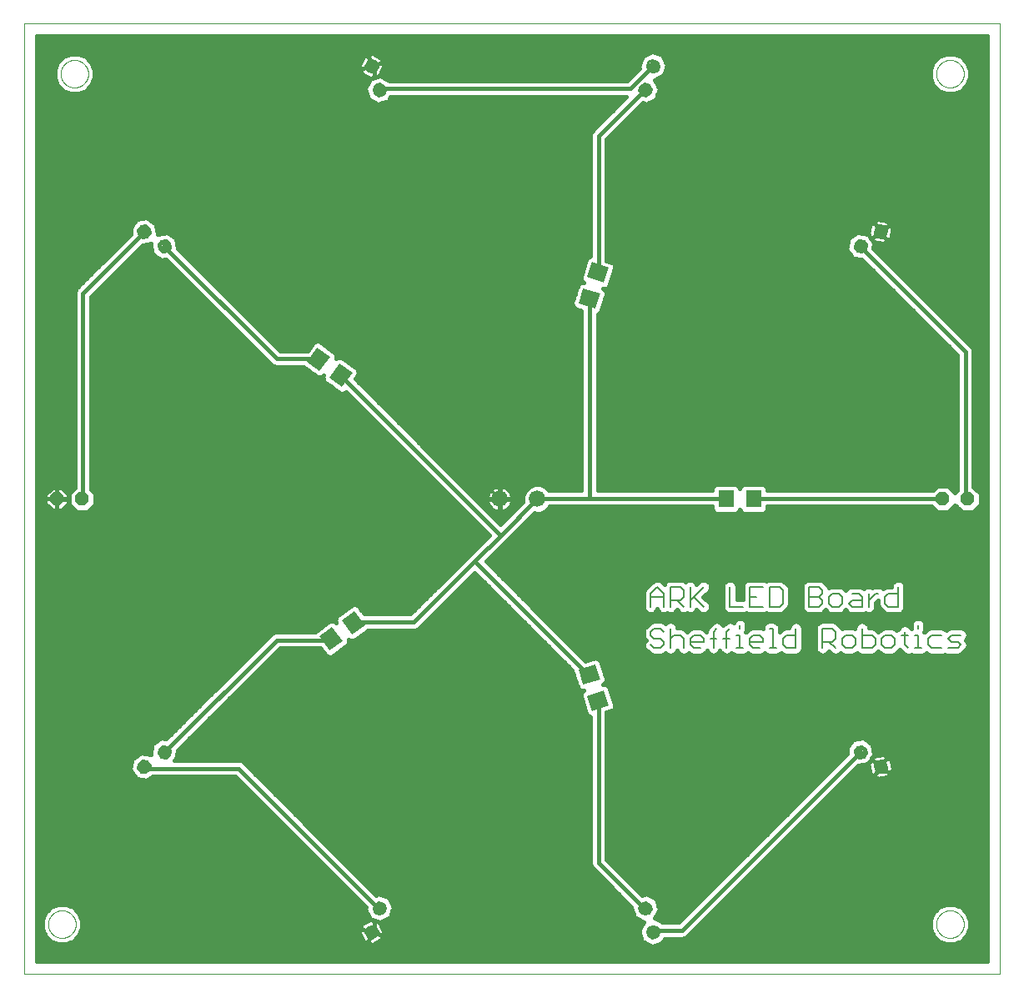
<source format=gtl>
G75*
%MOIN*%
%OFA0B0*%
%FSLAX25Y25*%
%IPPOS*%
%LPD*%
%AMOC8*
5,1,8,0,0,1.08239X$1,22.5*
%
%ADD10C,0.00000*%
%ADD11C,0.00700*%
%ADD12OC8,0.05600*%
%ADD13R,0.06299X0.07087*%
%ADD14C,0.06600*%
%ADD15C,0.01120*%
%ADD16C,0.01600*%
%ADD17C,0.01000*%
D10*
X0001000Y0001000D02*
X0001000Y0381000D01*
X0391000Y0381000D01*
X0391000Y0001000D01*
X0001000Y0001000D01*
X0010488Y0021000D02*
X0010490Y0021148D01*
X0010496Y0021296D01*
X0010506Y0021444D01*
X0010520Y0021591D01*
X0010538Y0021738D01*
X0010559Y0021884D01*
X0010585Y0022030D01*
X0010615Y0022175D01*
X0010648Y0022319D01*
X0010686Y0022462D01*
X0010727Y0022604D01*
X0010772Y0022745D01*
X0010820Y0022885D01*
X0010873Y0023024D01*
X0010929Y0023161D01*
X0010989Y0023296D01*
X0011052Y0023430D01*
X0011119Y0023562D01*
X0011190Y0023692D01*
X0011264Y0023820D01*
X0011341Y0023946D01*
X0011422Y0024070D01*
X0011506Y0024192D01*
X0011593Y0024311D01*
X0011684Y0024428D01*
X0011778Y0024543D01*
X0011874Y0024655D01*
X0011974Y0024765D01*
X0012076Y0024871D01*
X0012182Y0024975D01*
X0012290Y0025076D01*
X0012401Y0025174D01*
X0012514Y0025270D01*
X0012630Y0025362D01*
X0012748Y0025451D01*
X0012869Y0025536D01*
X0012992Y0025619D01*
X0013117Y0025698D01*
X0013244Y0025774D01*
X0013373Y0025846D01*
X0013504Y0025915D01*
X0013637Y0025980D01*
X0013772Y0026041D01*
X0013908Y0026099D01*
X0014045Y0026154D01*
X0014184Y0026204D01*
X0014325Y0026251D01*
X0014466Y0026294D01*
X0014609Y0026334D01*
X0014753Y0026369D01*
X0014897Y0026401D01*
X0015043Y0026428D01*
X0015189Y0026452D01*
X0015336Y0026472D01*
X0015483Y0026488D01*
X0015630Y0026500D01*
X0015778Y0026508D01*
X0015926Y0026512D01*
X0016074Y0026512D01*
X0016222Y0026508D01*
X0016370Y0026500D01*
X0016517Y0026488D01*
X0016664Y0026472D01*
X0016811Y0026452D01*
X0016957Y0026428D01*
X0017103Y0026401D01*
X0017247Y0026369D01*
X0017391Y0026334D01*
X0017534Y0026294D01*
X0017675Y0026251D01*
X0017816Y0026204D01*
X0017955Y0026154D01*
X0018092Y0026099D01*
X0018228Y0026041D01*
X0018363Y0025980D01*
X0018496Y0025915D01*
X0018627Y0025846D01*
X0018756Y0025774D01*
X0018883Y0025698D01*
X0019008Y0025619D01*
X0019131Y0025536D01*
X0019252Y0025451D01*
X0019370Y0025362D01*
X0019486Y0025270D01*
X0019599Y0025174D01*
X0019710Y0025076D01*
X0019818Y0024975D01*
X0019924Y0024871D01*
X0020026Y0024765D01*
X0020126Y0024655D01*
X0020222Y0024543D01*
X0020316Y0024428D01*
X0020407Y0024311D01*
X0020494Y0024192D01*
X0020578Y0024070D01*
X0020659Y0023946D01*
X0020736Y0023820D01*
X0020810Y0023692D01*
X0020881Y0023562D01*
X0020948Y0023430D01*
X0021011Y0023296D01*
X0021071Y0023161D01*
X0021127Y0023024D01*
X0021180Y0022885D01*
X0021228Y0022745D01*
X0021273Y0022604D01*
X0021314Y0022462D01*
X0021352Y0022319D01*
X0021385Y0022175D01*
X0021415Y0022030D01*
X0021441Y0021884D01*
X0021462Y0021738D01*
X0021480Y0021591D01*
X0021494Y0021444D01*
X0021504Y0021296D01*
X0021510Y0021148D01*
X0021512Y0021000D01*
X0021510Y0020852D01*
X0021504Y0020704D01*
X0021494Y0020556D01*
X0021480Y0020409D01*
X0021462Y0020262D01*
X0021441Y0020116D01*
X0021415Y0019970D01*
X0021385Y0019825D01*
X0021352Y0019681D01*
X0021314Y0019538D01*
X0021273Y0019396D01*
X0021228Y0019255D01*
X0021180Y0019115D01*
X0021127Y0018976D01*
X0021071Y0018839D01*
X0021011Y0018704D01*
X0020948Y0018570D01*
X0020881Y0018438D01*
X0020810Y0018308D01*
X0020736Y0018180D01*
X0020659Y0018054D01*
X0020578Y0017930D01*
X0020494Y0017808D01*
X0020407Y0017689D01*
X0020316Y0017572D01*
X0020222Y0017457D01*
X0020126Y0017345D01*
X0020026Y0017235D01*
X0019924Y0017129D01*
X0019818Y0017025D01*
X0019710Y0016924D01*
X0019599Y0016826D01*
X0019486Y0016730D01*
X0019370Y0016638D01*
X0019252Y0016549D01*
X0019131Y0016464D01*
X0019008Y0016381D01*
X0018883Y0016302D01*
X0018756Y0016226D01*
X0018627Y0016154D01*
X0018496Y0016085D01*
X0018363Y0016020D01*
X0018228Y0015959D01*
X0018092Y0015901D01*
X0017955Y0015846D01*
X0017816Y0015796D01*
X0017675Y0015749D01*
X0017534Y0015706D01*
X0017391Y0015666D01*
X0017247Y0015631D01*
X0017103Y0015599D01*
X0016957Y0015572D01*
X0016811Y0015548D01*
X0016664Y0015528D01*
X0016517Y0015512D01*
X0016370Y0015500D01*
X0016222Y0015492D01*
X0016074Y0015488D01*
X0015926Y0015488D01*
X0015778Y0015492D01*
X0015630Y0015500D01*
X0015483Y0015512D01*
X0015336Y0015528D01*
X0015189Y0015548D01*
X0015043Y0015572D01*
X0014897Y0015599D01*
X0014753Y0015631D01*
X0014609Y0015666D01*
X0014466Y0015706D01*
X0014325Y0015749D01*
X0014184Y0015796D01*
X0014045Y0015846D01*
X0013908Y0015901D01*
X0013772Y0015959D01*
X0013637Y0016020D01*
X0013504Y0016085D01*
X0013373Y0016154D01*
X0013244Y0016226D01*
X0013117Y0016302D01*
X0012992Y0016381D01*
X0012869Y0016464D01*
X0012748Y0016549D01*
X0012630Y0016638D01*
X0012514Y0016730D01*
X0012401Y0016826D01*
X0012290Y0016924D01*
X0012182Y0017025D01*
X0012076Y0017129D01*
X0011974Y0017235D01*
X0011874Y0017345D01*
X0011778Y0017457D01*
X0011684Y0017572D01*
X0011593Y0017689D01*
X0011506Y0017808D01*
X0011422Y0017930D01*
X0011341Y0018054D01*
X0011264Y0018180D01*
X0011190Y0018308D01*
X0011119Y0018438D01*
X0011052Y0018570D01*
X0010989Y0018704D01*
X0010929Y0018839D01*
X0010873Y0018976D01*
X0010820Y0019115D01*
X0010772Y0019255D01*
X0010727Y0019396D01*
X0010686Y0019538D01*
X0010648Y0019681D01*
X0010615Y0019825D01*
X0010585Y0019970D01*
X0010559Y0020116D01*
X0010538Y0020262D01*
X0010520Y0020409D01*
X0010506Y0020556D01*
X0010496Y0020704D01*
X0010490Y0020852D01*
X0010488Y0021000D01*
X0015488Y0361000D02*
X0015490Y0361148D01*
X0015496Y0361296D01*
X0015506Y0361444D01*
X0015520Y0361591D01*
X0015538Y0361738D01*
X0015559Y0361884D01*
X0015585Y0362030D01*
X0015615Y0362175D01*
X0015648Y0362319D01*
X0015686Y0362462D01*
X0015727Y0362604D01*
X0015772Y0362745D01*
X0015820Y0362885D01*
X0015873Y0363024D01*
X0015929Y0363161D01*
X0015989Y0363296D01*
X0016052Y0363430D01*
X0016119Y0363562D01*
X0016190Y0363692D01*
X0016264Y0363820D01*
X0016341Y0363946D01*
X0016422Y0364070D01*
X0016506Y0364192D01*
X0016593Y0364311D01*
X0016684Y0364428D01*
X0016778Y0364543D01*
X0016874Y0364655D01*
X0016974Y0364765D01*
X0017076Y0364871D01*
X0017182Y0364975D01*
X0017290Y0365076D01*
X0017401Y0365174D01*
X0017514Y0365270D01*
X0017630Y0365362D01*
X0017748Y0365451D01*
X0017869Y0365536D01*
X0017992Y0365619D01*
X0018117Y0365698D01*
X0018244Y0365774D01*
X0018373Y0365846D01*
X0018504Y0365915D01*
X0018637Y0365980D01*
X0018772Y0366041D01*
X0018908Y0366099D01*
X0019045Y0366154D01*
X0019184Y0366204D01*
X0019325Y0366251D01*
X0019466Y0366294D01*
X0019609Y0366334D01*
X0019753Y0366369D01*
X0019897Y0366401D01*
X0020043Y0366428D01*
X0020189Y0366452D01*
X0020336Y0366472D01*
X0020483Y0366488D01*
X0020630Y0366500D01*
X0020778Y0366508D01*
X0020926Y0366512D01*
X0021074Y0366512D01*
X0021222Y0366508D01*
X0021370Y0366500D01*
X0021517Y0366488D01*
X0021664Y0366472D01*
X0021811Y0366452D01*
X0021957Y0366428D01*
X0022103Y0366401D01*
X0022247Y0366369D01*
X0022391Y0366334D01*
X0022534Y0366294D01*
X0022675Y0366251D01*
X0022816Y0366204D01*
X0022955Y0366154D01*
X0023092Y0366099D01*
X0023228Y0366041D01*
X0023363Y0365980D01*
X0023496Y0365915D01*
X0023627Y0365846D01*
X0023756Y0365774D01*
X0023883Y0365698D01*
X0024008Y0365619D01*
X0024131Y0365536D01*
X0024252Y0365451D01*
X0024370Y0365362D01*
X0024486Y0365270D01*
X0024599Y0365174D01*
X0024710Y0365076D01*
X0024818Y0364975D01*
X0024924Y0364871D01*
X0025026Y0364765D01*
X0025126Y0364655D01*
X0025222Y0364543D01*
X0025316Y0364428D01*
X0025407Y0364311D01*
X0025494Y0364192D01*
X0025578Y0364070D01*
X0025659Y0363946D01*
X0025736Y0363820D01*
X0025810Y0363692D01*
X0025881Y0363562D01*
X0025948Y0363430D01*
X0026011Y0363296D01*
X0026071Y0363161D01*
X0026127Y0363024D01*
X0026180Y0362885D01*
X0026228Y0362745D01*
X0026273Y0362604D01*
X0026314Y0362462D01*
X0026352Y0362319D01*
X0026385Y0362175D01*
X0026415Y0362030D01*
X0026441Y0361884D01*
X0026462Y0361738D01*
X0026480Y0361591D01*
X0026494Y0361444D01*
X0026504Y0361296D01*
X0026510Y0361148D01*
X0026512Y0361000D01*
X0026510Y0360852D01*
X0026504Y0360704D01*
X0026494Y0360556D01*
X0026480Y0360409D01*
X0026462Y0360262D01*
X0026441Y0360116D01*
X0026415Y0359970D01*
X0026385Y0359825D01*
X0026352Y0359681D01*
X0026314Y0359538D01*
X0026273Y0359396D01*
X0026228Y0359255D01*
X0026180Y0359115D01*
X0026127Y0358976D01*
X0026071Y0358839D01*
X0026011Y0358704D01*
X0025948Y0358570D01*
X0025881Y0358438D01*
X0025810Y0358308D01*
X0025736Y0358180D01*
X0025659Y0358054D01*
X0025578Y0357930D01*
X0025494Y0357808D01*
X0025407Y0357689D01*
X0025316Y0357572D01*
X0025222Y0357457D01*
X0025126Y0357345D01*
X0025026Y0357235D01*
X0024924Y0357129D01*
X0024818Y0357025D01*
X0024710Y0356924D01*
X0024599Y0356826D01*
X0024486Y0356730D01*
X0024370Y0356638D01*
X0024252Y0356549D01*
X0024131Y0356464D01*
X0024008Y0356381D01*
X0023883Y0356302D01*
X0023756Y0356226D01*
X0023627Y0356154D01*
X0023496Y0356085D01*
X0023363Y0356020D01*
X0023228Y0355959D01*
X0023092Y0355901D01*
X0022955Y0355846D01*
X0022816Y0355796D01*
X0022675Y0355749D01*
X0022534Y0355706D01*
X0022391Y0355666D01*
X0022247Y0355631D01*
X0022103Y0355599D01*
X0021957Y0355572D01*
X0021811Y0355548D01*
X0021664Y0355528D01*
X0021517Y0355512D01*
X0021370Y0355500D01*
X0021222Y0355492D01*
X0021074Y0355488D01*
X0020926Y0355488D01*
X0020778Y0355492D01*
X0020630Y0355500D01*
X0020483Y0355512D01*
X0020336Y0355528D01*
X0020189Y0355548D01*
X0020043Y0355572D01*
X0019897Y0355599D01*
X0019753Y0355631D01*
X0019609Y0355666D01*
X0019466Y0355706D01*
X0019325Y0355749D01*
X0019184Y0355796D01*
X0019045Y0355846D01*
X0018908Y0355901D01*
X0018772Y0355959D01*
X0018637Y0356020D01*
X0018504Y0356085D01*
X0018373Y0356154D01*
X0018244Y0356226D01*
X0018117Y0356302D01*
X0017992Y0356381D01*
X0017869Y0356464D01*
X0017748Y0356549D01*
X0017630Y0356638D01*
X0017514Y0356730D01*
X0017401Y0356826D01*
X0017290Y0356924D01*
X0017182Y0357025D01*
X0017076Y0357129D01*
X0016974Y0357235D01*
X0016874Y0357345D01*
X0016778Y0357457D01*
X0016684Y0357572D01*
X0016593Y0357689D01*
X0016506Y0357808D01*
X0016422Y0357930D01*
X0016341Y0358054D01*
X0016264Y0358180D01*
X0016190Y0358308D01*
X0016119Y0358438D01*
X0016052Y0358570D01*
X0015989Y0358704D01*
X0015929Y0358839D01*
X0015873Y0358976D01*
X0015820Y0359115D01*
X0015772Y0359255D01*
X0015727Y0359396D01*
X0015686Y0359538D01*
X0015648Y0359681D01*
X0015615Y0359825D01*
X0015585Y0359970D01*
X0015559Y0360116D01*
X0015538Y0360262D01*
X0015520Y0360409D01*
X0015506Y0360556D01*
X0015496Y0360704D01*
X0015490Y0360852D01*
X0015488Y0361000D01*
X0365488Y0361000D02*
X0365490Y0361148D01*
X0365496Y0361296D01*
X0365506Y0361444D01*
X0365520Y0361591D01*
X0365538Y0361738D01*
X0365559Y0361884D01*
X0365585Y0362030D01*
X0365615Y0362175D01*
X0365648Y0362319D01*
X0365686Y0362462D01*
X0365727Y0362604D01*
X0365772Y0362745D01*
X0365820Y0362885D01*
X0365873Y0363024D01*
X0365929Y0363161D01*
X0365989Y0363296D01*
X0366052Y0363430D01*
X0366119Y0363562D01*
X0366190Y0363692D01*
X0366264Y0363820D01*
X0366341Y0363946D01*
X0366422Y0364070D01*
X0366506Y0364192D01*
X0366593Y0364311D01*
X0366684Y0364428D01*
X0366778Y0364543D01*
X0366874Y0364655D01*
X0366974Y0364765D01*
X0367076Y0364871D01*
X0367182Y0364975D01*
X0367290Y0365076D01*
X0367401Y0365174D01*
X0367514Y0365270D01*
X0367630Y0365362D01*
X0367748Y0365451D01*
X0367869Y0365536D01*
X0367992Y0365619D01*
X0368117Y0365698D01*
X0368244Y0365774D01*
X0368373Y0365846D01*
X0368504Y0365915D01*
X0368637Y0365980D01*
X0368772Y0366041D01*
X0368908Y0366099D01*
X0369045Y0366154D01*
X0369184Y0366204D01*
X0369325Y0366251D01*
X0369466Y0366294D01*
X0369609Y0366334D01*
X0369753Y0366369D01*
X0369897Y0366401D01*
X0370043Y0366428D01*
X0370189Y0366452D01*
X0370336Y0366472D01*
X0370483Y0366488D01*
X0370630Y0366500D01*
X0370778Y0366508D01*
X0370926Y0366512D01*
X0371074Y0366512D01*
X0371222Y0366508D01*
X0371370Y0366500D01*
X0371517Y0366488D01*
X0371664Y0366472D01*
X0371811Y0366452D01*
X0371957Y0366428D01*
X0372103Y0366401D01*
X0372247Y0366369D01*
X0372391Y0366334D01*
X0372534Y0366294D01*
X0372675Y0366251D01*
X0372816Y0366204D01*
X0372955Y0366154D01*
X0373092Y0366099D01*
X0373228Y0366041D01*
X0373363Y0365980D01*
X0373496Y0365915D01*
X0373627Y0365846D01*
X0373756Y0365774D01*
X0373883Y0365698D01*
X0374008Y0365619D01*
X0374131Y0365536D01*
X0374252Y0365451D01*
X0374370Y0365362D01*
X0374486Y0365270D01*
X0374599Y0365174D01*
X0374710Y0365076D01*
X0374818Y0364975D01*
X0374924Y0364871D01*
X0375026Y0364765D01*
X0375126Y0364655D01*
X0375222Y0364543D01*
X0375316Y0364428D01*
X0375407Y0364311D01*
X0375494Y0364192D01*
X0375578Y0364070D01*
X0375659Y0363946D01*
X0375736Y0363820D01*
X0375810Y0363692D01*
X0375881Y0363562D01*
X0375948Y0363430D01*
X0376011Y0363296D01*
X0376071Y0363161D01*
X0376127Y0363024D01*
X0376180Y0362885D01*
X0376228Y0362745D01*
X0376273Y0362604D01*
X0376314Y0362462D01*
X0376352Y0362319D01*
X0376385Y0362175D01*
X0376415Y0362030D01*
X0376441Y0361884D01*
X0376462Y0361738D01*
X0376480Y0361591D01*
X0376494Y0361444D01*
X0376504Y0361296D01*
X0376510Y0361148D01*
X0376512Y0361000D01*
X0376510Y0360852D01*
X0376504Y0360704D01*
X0376494Y0360556D01*
X0376480Y0360409D01*
X0376462Y0360262D01*
X0376441Y0360116D01*
X0376415Y0359970D01*
X0376385Y0359825D01*
X0376352Y0359681D01*
X0376314Y0359538D01*
X0376273Y0359396D01*
X0376228Y0359255D01*
X0376180Y0359115D01*
X0376127Y0358976D01*
X0376071Y0358839D01*
X0376011Y0358704D01*
X0375948Y0358570D01*
X0375881Y0358438D01*
X0375810Y0358308D01*
X0375736Y0358180D01*
X0375659Y0358054D01*
X0375578Y0357930D01*
X0375494Y0357808D01*
X0375407Y0357689D01*
X0375316Y0357572D01*
X0375222Y0357457D01*
X0375126Y0357345D01*
X0375026Y0357235D01*
X0374924Y0357129D01*
X0374818Y0357025D01*
X0374710Y0356924D01*
X0374599Y0356826D01*
X0374486Y0356730D01*
X0374370Y0356638D01*
X0374252Y0356549D01*
X0374131Y0356464D01*
X0374008Y0356381D01*
X0373883Y0356302D01*
X0373756Y0356226D01*
X0373627Y0356154D01*
X0373496Y0356085D01*
X0373363Y0356020D01*
X0373228Y0355959D01*
X0373092Y0355901D01*
X0372955Y0355846D01*
X0372816Y0355796D01*
X0372675Y0355749D01*
X0372534Y0355706D01*
X0372391Y0355666D01*
X0372247Y0355631D01*
X0372103Y0355599D01*
X0371957Y0355572D01*
X0371811Y0355548D01*
X0371664Y0355528D01*
X0371517Y0355512D01*
X0371370Y0355500D01*
X0371222Y0355492D01*
X0371074Y0355488D01*
X0370926Y0355488D01*
X0370778Y0355492D01*
X0370630Y0355500D01*
X0370483Y0355512D01*
X0370336Y0355528D01*
X0370189Y0355548D01*
X0370043Y0355572D01*
X0369897Y0355599D01*
X0369753Y0355631D01*
X0369609Y0355666D01*
X0369466Y0355706D01*
X0369325Y0355749D01*
X0369184Y0355796D01*
X0369045Y0355846D01*
X0368908Y0355901D01*
X0368772Y0355959D01*
X0368637Y0356020D01*
X0368504Y0356085D01*
X0368373Y0356154D01*
X0368244Y0356226D01*
X0368117Y0356302D01*
X0367992Y0356381D01*
X0367869Y0356464D01*
X0367748Y0356549D01*
X0367630Y0356638D01*
X0367514Y0356730D01*
X0367401Y0356826D01*
X0367290Y0356924D01*
X0367182Y0357025D01*
X0367076Y0357129D01*
X0366974Y0357235D01*
X0366874Y0357345D01*
X0366778Y0357457D01*
X0366684Y0357572D01*
X0366593Y0357689D01*
X0366506Y0357808D01*
X0366422Y0357930D01*
X0366341Y0358054D01*
X0366264Y0358180D01*
X0366190Y0358308D01*
X0366119Y0358438D01*
X0366052Y0358570D01*
X0365989Y0358704D01*
X0365929Y0358839D01*
X0365873Y0358976D01*
X0365820Y0359115D01*
X0365772Y0359255D01*
X0365727Y0359396D01*
X0365686Y0359538D01*
X0365648Y0359681D01*
X0365615Y0359825D01*
X0365585Y0359970D01*
X0365559Y0360116D01*
X0365538Y0360262D01*
X0365520Y0360409D01*
X0365506Y0360556D01*
X0365496Y0360704D01*
X0365490Y0360852D01*
X0365488Y0361000D01*
X0365488Y0021000D02*
X0365490Y0021148D01*
X0365496Y0021296D01*
X0365506Y0021444D01*
X0365520Y0021591D01*
X0365538Y0021738D01*
X0365559Y0021884D01*
X0365585Y0022030D01*
X0365615Y0022175D01*
X0365648Y0022319D01*
X0365686Y0022462D01*
X0365727Y0022604D01*
X0365772Y0022745D01*
X0365820Y0022885D01*
X0365873Y0023024D01*
X0365929Y0023161D01*
X0365989Y0023296D01*
X0366052Y0023430D01*
X0366119Y0023562D01*
X0366190Y0023692D01*
X0366264Y0023820D01*
X0366341Y0023946D01*
X0366422Y0024070D01*
X0366506Y0024192D01*
X0366593Y0024311D01*
X0366684Y0024428D01*
X0366778Y0024543D01*
X0366874Y0024655D01*
X0366974Y0024765D01*
X0367076Y0024871D01*
X0367182Y0024975D01*
X0367290Y0025076D01*
X0367401Y0025174D01*
X0367514Y0025270D01*
X0367630Y0025362D01*
X0367748Y0025451D01*
X0367869Y0025536D01*
X0367992Y0025619D01*
X0368117Y0025698D01*
X0368244Y0025774D01*
X0368373Y0025846D01*
X0368504Y0025915D01*
X0368637Y0025980D01*
X0368772Y0026041D01*
X0368908Y0026099D01*
X0369045Y0026154D01*
X0369184Y0026204D01*
X0369325Y0026251D01*
X0369466Y0026294D01*
X0369609Y0026334D01*
X0369753Y0026369D01*
X0369897Y0026401D01*
X0370043Y0026428D01*
X0370189Y0026452D01*
X0370336Y0026472D01*
X0370483Y0026488D01*
X0370630Y0026500D01*
X0370778Y0026508D01*
X0370926Y0026512D01*
X0371074Y0026512D01*
X0371222Y0026508D01*
X0371370Y0026500D01*
X0371517Y0026488D01*
X0371664Y0026472D01*
X0371811Y0026452D01*
X0371957Y0026428D01*
X0372103Y0026401D01*
X0372247Y0026369D01*
X0372391Y0026334D01*
X0372534Y0026294D01*
X0372675Y0026251D01*
X0372816Y0026204D01*
X0372955Y0026154D01*
X0373092Y0026099D01*
X0373228Y0026041D01*
X0373363Y0025980D01*
X0373496Y0025915D01*
X0373627Y0025846D01*
X0373756Y0025774D01*
X0373883Y0025698D01*
X0374008Y0025619D01*
X0374131Y0025536D01*
X0374252Y0025451D01*
X0374370Y0025362D01*
X0374486Y0025270D01*
X0374599Y0025174D01*
X0374710Y0025076D01*
X0374818Y0024975D01*
X0374924Y0024871D01*
X0375026Y0024765D01*
X0375126Y0024655D01*
X0375222Y0024543D01*
X0375316Y0024428D01*
X0375407Y0024311D01*
X0375494Y0024192D01*
X0375578Y0024070D01*
X0375659Y0023946D01*
X0375736Y0023820D01*
X0375810Y0023692D01*
X0375881Y0023562D01*
X0375948Y0023430D01*
X0376011Y0023296D01*
X0376071Y0023161D01*
X0376127Y0023024D01*
X0376180Y0022885D01*
X0376228Y0022745D01*
X0376273Y0022604D01*
X0376314Y0022462D01*
X0376352Y0022319D01*
X0376385Y0022175D01*
X0376415Y0022030D01*
X0376441Y0021884D01*
X0376462Y0021738D01*
X0376480Y0021591D01*
X0376494Y0021444D01*
X0376504Y0021296D01*
X0376510Y0021148D01*
X0376512Y0021000D01*
X0376510Y0020852D01*
X0376504Y0020704D01*
X0376494Y0020556D01*
X0376480Y0020409D01*
X0376462Y0020262D01*
X0376441Y0020116D01*
X0376415Y0019970D01*
X0376385Y0019825D01*
X0376352Y0019681D01*
X0376314Y0019538D01*
X0376273Y0019396D01*
X0376228Y0019255D01*
X0376180Y0019115D01*
X0376127Y0018976D01*
X0376071Y0018839D01*
X0376011Y0018704D01*
X0375948Y0018570D01*
X0375881Y0018438D01*
X0375810Y0018308D01*
X0375736Y0018180D01*
X0375659Y0018054D01*
X0375578Y0017930D01*
X0375494Y0017808D01*
X0375407Y0017689D01*
X0375316Y0017572D01*
X0375222Y0017457D01*
X0375126Y0017345D01*
X0375026Y0017235D01*
X0374924Y0017129D01*
X0374818Y0017025D01*
X0374710Y0016924D01*
X0374599Y0016826D01*
X0374486Y0016730D01*
X0374370Y0016638D01*
X0374252Y0016549D01*
X0374131Y0016464D01*
X0374008Y0016381D01*
X0373883Y0016302D01*
X0373756Y0016226D01*
X0373627Y0016154D01*
X0373496Y0016085D01*
X0373363Y0016020D01*
X0373228Y0015959D01*
X0373092Y0015901D01*
X0372955Y0015846D01*
X0372816Y0015796D01*
X0372675Y0015749D01*
X0372534Y0015706D01*
X0372391Y0015666D01*
X0372247Y0015631D01*
X0372103Y0015599D01*
X0371957Y0015572D01*
X0371811Y0015548D01*
X0371664Y0015528D01*
X0371517Y0015512D01*
X0371370Y0015500D01*
X0371222Y0015492D01*
X0371074Y0015488D01*
X0370926Y0015488D01*
X0370778Y0015492D01*
X0370630Y0015500D01*
X0370483Y0015512D01*
X0370336Y0015528D01*
X0370189Y0015548D01*
X0370043Y0015572D01*
X0369897Y0015599D01*
X0369753Y0015631D01*
X0369609Y0015666D01*
X0369466Y0015706D01*
X0369325Y0015749D01*
X0369184Y0015796D01*
X0369045Y0015846D01*
X0368908Y0015901D01*
X0368772Y0015959D01*
X0368637Y0016020D01*
X0368504Y0016085D01*
X0368373Y0016154D01*
X0368244Y0016226D01*
X0368117Y0016302D01*
X0367992Y0016381D01*
X0367869Y0016464D01*
X0367748Y0016549D01*
X0367630Y0016638D01*
X0367514Y0016730D01*
X0367401Y0016826D01*
X0367290Y0016924D01*
X0367182Y0017025D01*
X0367076Y0017129D01*
X0366974Y0017235D01*
X0366874Y0017345D01*
X0366778Y0017457D01*
X0366684Y0017572D01*
X0366593Y0017689D01*
X0366506Y0017808D01*
X0366422Y0017930D01*
X0366341Y0018054D01*
X0366264Y0018180D01*
X0366190Y0018308D01*
X0366119Y0018438D01*
X0366052Y0018570D01*
X0365989Y0018704D01*
X0365929Y0018839D01*
X0365873Y0018976D01*
X0365820Y0019115D01*
X0365772Y0019255D01*
X0365727Y0019396D01*
X0365686Y0019538D01*
X0365648Y0019681D01*
X0365615Y0019825D01*
X0365585Y0019970D01*
X0365559Y0020116D01*
X0365538Y0020262D01*
X0365520Y0020409D01*
X0365506Y0020556D01*
X0365496Y0020704D01*
X0365490Y0020852D01*
X0365488Y0021000D01*
D11*
X0363530Y0131350D02*
X0367484Y0131350D01*
X0370131Y0131350D02*
X0374085Y0131350D01*
X0375403Y0132668D01*
X0374085Y0133986D01*
X0371449Y0133986D01*
X0370131Y0135303D01*
X0371449Y0136621D01*
X0375403Y0136621D01*
X0367484Y0136621D02*
X0363530Y0136621D01*
X0362213Y0135303D01*
X0362213Y0132668D01*
X0363530Y0131350D01*
X0359569Y0131350D02*
X0356933Y0131350D01*
X0358251Y0131350D02*
X0358251Y0136621D01*
X0356933Y0136621D01*
X0354290Y0136621D02*
X0351654Y0136621D01*
X0352972Y0137939D02*
X0352972Y0132668D01*
X0354290Y0131350D01*
X0349007Y0132668D02*
X0349007Y0135303D01*
X0347689Y0136621D01*
X0345053Y0136621D01*
X0343736Y0135303D01*
X0343736Y0132668D01*
X0345053Y0131350D01*
X0347689Y0131350D01*
X0349007Y0132668D01*
X0341088Y0132668D02*
X0341088Y0135303D01*
X0339770Y0136621D01*
X0335817Y0136621D01*
X0335817Y0139257D02*
X0335817Y0131350D01*
X0339770Y0131350D01*
X0341088Y0132668D01*
X0333169Y0132668D02*
X0333169Y0135303D01*
X0331851Y0136621D01*
X0329216Y0136621D01*
X0327898Y0135303D01*
X0327898Y0132668D01*
X0329216Y0131350D01*
X0331851Y0131350D01*
X0333169Y0132668D01*
X0325250Y0131350D02*
X0322615Y0133986D01*
X0323933Y0133986D02*
X0319979Y0133986D01*
X0319979Y0131350D02*
X0319979Y0139257D01*
X0323933Y0139257D01*
X0325250Y0137939D01*
X0325250Y0135303D01*
X0323933Y0133986D01*
X0323937Y0147948D02*
X0322619Y0149266D01*
X0322619Y0151901D01*
X0323937Y0153219D01*
X0326572Y0153219D01*
X0327890Y0151901D01*
X0327890Y0149266D01*
X0326572Y0147948D01*
X0323937Y0147948D01*
X0319971Y0149266D02*
X0318653Y0147948D01*
X0314700Y0147948D01*
X0314700Y0155855D01*
X0318653Y0155855D01*
X0319971Y0154537D01*
X0319971Y0153219D01*
X0318653Y0151901D01*
X0314700Y0151901D01*
X0318653Y0151901D02*
X0319971Y0150584D01*
X0319971Y0149266D01*
X0330538Y0149266D02*
X0331855Y0147948D01*
X0335809Y0147948D01*
X0335809Y0151901D01*
X0334491Y0153219D01*
X0331855Y0153219D01*
X0331855Y0150584D02*
X0335809Y0150584D01*
X0338456Y0150584D02*
X0341092Y0153219D01*
X0342410Y0153219D01*
X0345055Y0151901D02*
X0346373Y0153219D01*
X0350327Y0153219D01*
X0350327Y0155855D02*
X0350327Y0147948D01*
X0346373Y0147948D01*
X0345055Y0149266D01*
X0345055Y0151901D01*
X0338456Y0153219D02*
X0338456Y0147948D01*
X0331855Y0150584D02*
X0330538Y0149266D01*
X0309413Y0139257D02*
X0309413Y0131350D01*
X0305460Y0131350D01*
X0304142Y0132668D01*
X0304142Y0135303D01*
X0305460Y0136621D01*
X0309413Y0136621D01*
X0301498Y0131350D02*
X0298863Y0131350D01*
X0300180Y0131350D02*
X0300180Y0139257D01*
X0298863Y0139257D01*
X0296215Y0135303D02*
X0296215Y0133986D01*
X0290944Y0133986D01*
X0290944Y0135303D02*
X0292262Y0136621D01*
X0294897Y0136621D01*
X0296215Y0135303D01*
X0294897Y0131350D02*
X0292262Y0131350D01*
X0290944Y0132668D01*
X0290944Y0135303D01*
X0286982Y0136621D02*
X0286982Y0131350D01*
X0285665Y0131350D02*
X0288300Y0131350D01*
X0286982Y0136621D02*
X0285665Y0136621D01*
X0286982Y0139257D02*
X0286982Y0140575D01*
X0283021Y0139257D02*
X0281703Y0137939D01*
X0281703Y0131350D01*
X0280385Y0135303D02*
X0283021Y0135303D01*
X0277742Y0135303D02*
X0275106Y0135303D01*
X0272459Y0135303D02*
X0272459Y0133986D01*
X0267188Y0133986D01*
X0267188Y0135303D02*
X0268505Y0136621D01*
X0271141Y0136621D01*
X0272459Y0135303D01*
X0271141Y0131350D02*
X0268505Y0131350D01*
X0267188Y0132668D01*
X0267188Y0135303D01*
X0264540Y0135303D02*
X0264540Y0131350D01*
X0264540Y0135303D02*
X0263222Y0136621D01*
X0260587Y0136621D01*
X0259269Y0135303D01*
X0256621Y0133986D02*
X0256621Y0132668D01*
X0255303Y0131350D01*
X0252668Y0131350D01*
X0251350Y0132668D01*
X0252668Y0135303D02*
X0255303Y0135303D01*
X0256621Y0133986D01*
X0259269Y0131350D02*
X0259269Y0139257D01*
X0256621Y0137939D02*
X0255303Y0139257D01*
X0252668Y0139257D01*
X0251350Y0137939D01*
X0251350Y0136621D01*
X0252668Y0135303D01*
X0251350Y0147948D02*
X0251350Y0153219D01*
X0253986Y0155855D01*
X0256621Y0153219D01*
X0256621Y0147948D01*
X0259269Y0147948D02*
X0259269Y0155855D01*
X0263222Y0155855D01*
X0264540Y0154537D01*
X0264540Y0151901D01*
X0263222Y0150584D01*
X0259269Y0150584D01*
X0261904Y0150584D02*
X0264540Y0147948D01*
X0267188Y0147948D02*
X0267188Y0155855D01*
X0268505Y0151901D02*
X0272459Y0147948D01*
X0267188Y0150584D02*
X0272459Y0155855D01*
X0283025Y0155855D02*
X0283025Y0147948D01*
X0288296Y0147948D01*
X0290944Y0147948D02*
X0296215Y0147948D01*
X0298863Y0147948D02*
X0302816Y0147948D01*
X0304134Y0149266D01*
X0304134Y0154537D01*
X0302816Y0155855D01*
X0298863Y0155855D01*
X0298863Y0147948D01*
X0293579Y0151901D02*
X0290944Y0151901D01*
X0290944Y0147948D02*
X0290944Y0155855D01*
X0296215Y0155855D01*
X0277742Y0139257D02*
X0276424Y0137939D01*
X0276424Y0131350D01*
X0256621Y0151901D02*
X0251350Y0151901D01*
X0358251Y0140575D02*
X0358251Y0139257D01*
D12*
X0368000Y0191000D03*
X0378000Y0191000D03*
X0024000Y0191000D03*
X0014000Y0191000D03*
D13*
G36*
X0119008Y0242210D02*
X0113913Y0245912D01*
X0118078Y0251644D01*
X0123173Y0247942D01*
X0119008Y0242210D01*
G37*
G36*
X0127927Y0235730D02*
X0122832Y0239432D01*
X0126997Y0245164D01*
X0132092Y0241462D01*
X0127927Y0235730D01*
G37*
G36*
X0137092Y0140538D02*
X0131997Y0136836D01*
X0127832Y0142568D01*
X0132927Y0146270D01*
X0137092Y0140538D01*
G37*
G36*
X0128173Y0134058D02*
X0123078Y0130356D01*
X0118913Y0136088D01*
X0124008Y0139790D01*
X0128173Y0134058D01*
G37*
G36*
X0229190Y0124975D02*
X0231136Y0118986D01*
X0224398Y0116797D01*
X0222452Y0122786D01*
X0229190Y0124975D01*
G37*
G36*
X0232597Y0114491D02*
X0234543Y0108502D01*
X0227805Y0106313D01*
X0225859Y0112302D01*
X0232597Y0114491D01*
G37*
X0281488Y0191000D03*
X0292512Y0191000D03*
G36*
X0222452Y0269214D02*
X0224398Y0275203D01*
X0231136Y0273014D01*
X0229190Y0267025D01*
X0222452Y0269214D01*
G37*
G36*
X0225859Y0279698D02*
X0227805Y0285687D01*
X0234543Y0283498D01*
X0232597Y0277509D01*
X0225859Y0279698D01*
G37*
D14*
X0206000Y0191000D03*
X0191000Y0191000D03*
D15*
X0055052Y0089895D02*
X0054492Y0089335D01*
X0054783Y0091168D01*
X0056283Y0092258D01*
X0058116Y0091967D01*
X0059206Y0090467D01*
X0058915Y0088634D01*
X0057415Y0087544D01*
X0055582Y0087835D01*
X0054492Y0089335D01*
X0055377Y0089547D01*
X0055558Y0090693D01*
X0056495Y0091373D01*
X0057641Y0091192D01*
X0058321Y0090255D01*
X0058140Y0089109D01*
X0057203Y0088429D01*
X0056057Y0088610D01*
X0055377Y0089547D01*
X0056261Y0089759D01*
X0056333Y0090218D01*
X0056707Y0090489D01*
X0057166Y0090417D01*
X0057437Y0090043D01*
X0057365Y0089584D01*
X0056991Y0089313D01*
X0056532Y0089385D01*
X0056261Y0089759D01*
X0046962Y0084017D02*
X0046402Y0083457D01*
X0046693Y0085290D01*
X0048193Y0086380D01*
X0050026Y0086089D01*
X0051116Y0084589D01*
X0050825Y0082756D01*
X0049325Y0081666D01*
X0047492Y0081957D01*
X0046402Y0083457D01*
X0047287Y0083669D01*
X0047468Y0084815D01*
X0048405Y0085495D01*
X0049551Y0085314D01*
X0050231Y0084377D01*
X0050050Y0083231D01*
X0049113Y0082551D01*
X0047967Y0082732D01*
X0047287Y0083669D01*
X0048171Y0083881D01*
X0048243Y0084340D01*
X0048617Y0084611D01*
X0049076Y0084539D01*
X0049347Y0084165D01*
X0049275Y0083706D01*
X0048901Y0083435D01*
X0048442Y0083507D01*
X0048171Y0083881D01*
X0138746Y0016625D02*
X0138186Y0016065D01*
X0137343Y0017719D01*
X0137916Y0019481D01*
X0139570Y0020324D01*
X0141332Y0019751D01*
X0142175Y0018097D01*
X0141602Y0016335D01*
X0139948Y0015492D01*
X0138186Y0016065D01*
X0138776Y0016756D01*
X0138249Y0017790D01*
X0138607Y0018891D01*
X0139641Y0019418D01*
X0140742Y0019060D01*
X0141269Y0018026D01*
X0140911Y0016925D01*
X0139877Y0016398D01*
X0138776Y0016756D01*
X0139367Y0017447D01*
X0139156Y0017862D01*
X0139298Y0018300D01*
X0139713Y0018511D01*
X0140151Y0018369D01*
X0140362Y0017954D01*
X0140220Y0017516D01*
X0139805Y0017305D01*
X0139367Y0017447D01*
X0141836Y0026135D02*
X0141276Y0025575D01*
X0140433Y0027229D01*
X0141006Y0028991D01*
X0142660Y0029834D01*
X0144422Y0029261D01*
X0145265Y0027607D01*
X0144692Y0025845D01*
X0143038Y0025002D01*
X0141276Y0025575D01*
X0141866Y0026266D01*
X0141339Y0027300D01*
X0141697Y0028401D01*
X0142731Y0028928D01*
X0143832Y0028570D01*
X0144359Y0027536D01*
X0144001Y0026435D01*
X0142967Y0025908D01*
X0141866Y0026266D01*
X0142457Y0026957D01*
X0142246Y0027372D01*
X0142388Y0027810D01*
X0142803Y0028021D01*
X0143241Y0027879D01*
X0143452Y0027464D01*
X0143310Y0027026D01*
X0142895Y0026815D01*
X0142457Y0026957D01*
X0249522Y0025562D02*
X0248962Y0025002D01*
X0247308Y0025845D01*
X0246735Y0027607D01*
X0247578Y0029261D01*
X0249340Y0029834D01*
X0250994Y0028991D01*
X0251567Y0027229D01*
X0250724Y0025575D01*
X0248962Y0025002D01*
X0249033Y0025908D01*
X0247999Y0026435D01*
X0247641Y0027536D01*
X0248168Y0028570D01*
X0249269Y0028928D01*
X0250303Y0028401D01*
X0250661Y0027300D01*
X0250134Y0026266D01*
X0249033Y0025908D01*
X0249105Y0026815D01*
X0248690Y0027026D01*
X0248548Y0027464D01*
X0248759Y0027879D01*
X0249197Y0028021D01*
X0249612Y0027810D01*
X0249754Y0027372D01*
X0249543Y0026957D01*
X0249105Y0026815D01*
X0252612Y0016052D02*
X0252052Y0015492D01*
X0250398Y0016335D01*
X0249825Y0018097D01*
X0250668Y0019751D01*
X0252430Y0020324D01*
X0254084Y0019481D01*
X0254657Y0017719D01*
X0253814Y0016065D01*
X0252052Y0015492D01*
X0252123Y0016398D01*
X0251089Y0016925D01*
X0250731Y0018026D01*
X0251258Y0019060D01*
X0252359Y0019418D01*
X0253393Y0018891D01*
X0253751Y0017790D01*
X0253224Y0016756D01*
X0252123Y0016398D01*
X0252195Y0017305D01*
X0251780Y0017516D01*
X0251638Y0017954D01*
X0251849Y0018369D01*
X0252287Y0018511D01*
X0252702Y0018300D01*
X0252844Y0017862D01*
X0252633Y0017447D01*
X0252195Y0017305D01*
X0335858Y0088395D02*
X0336418Y0087835D01*
X0334585Y0087544D01*
X0333085Y0088634D01*
X0332794Y0090467D01*
X0333884Y0091967D01*
X0335717Y0092258D01*
X0337217Y0091168D01*
X0337508Y0089335D01*
X0336418Y0087835D01*
X0335943Y0088610D01*
X0334797Y0088429D01*
X0333860Y0089109D01*
X0333679Y0090255D01*
X0334359Y0091192D01*
X0335505Y0091373D01*
X0336442Y0090693D01*
X0336623Y0089547D01*
X0335943Y0088610D01*
X0335468Y0089385D01*
X0335009Y0089313D01*
X0334635Y0089584D01*
X0334563Y0090043D01*
X0334834Y0090417D01*
X0335293Y0090489D01*
X0335667Y0090218D01*
X0335739Y0089759D01*
X0335468Y0089385D01*
X0343948Y0082517D02*
X0344508Y0081957D01*
X0342675Y0081666D01*
X0341175Y0082756D01*
X0340884Y0084589D01*
X0341974Y0086089D01*
X0343807Y0086380D01*
X0345307Y0085290D01*
X0345598Y0083457D01*
X0344508Y0081957D01*
X0344033Y0082732D01*
X0342887Y0082551D01*
X0341950Y0083231D01*
X0341769Y0084377D01*
X0342449Y0085314D01*
X0343595Y0085495D01*
X0344532Y0084815D01*
X0344713Y0083669D01*
X0344033Y0082732D01*
X0343558Y0083507D01*
X0343099Y0083435D01*
X0342725Y0083706D01*
X0342653Y0084165D01*
X0342924Y0084539D01*
X0343383Y0084611D01*
X0343757Y0084340D01*
X0343829Y0083881D01*
X0343558Y0083507D01*
X0336948Y0292105D02*
X0337508Y0292665D01*
X0337217Y0290832D01*
X0335717Y0289742D01*
X0333884Y0290033D01*
X0332794Y0291533D01*
X0333085Y0293366D01*
X0334585Y0294456D01*
X0336418Y0294165D01*
X0337508Y0292665D01*
X0336623Y0292453D01*
X0336442Y0291307D01*
X0335505Y0290627D01*
X0334359Y0290808D01*
X0333679Y0291745D01*
X0333860Y0292891D01*
X0334797Y0293571D01*
X0335943Y0293390D01*
X0336623Y0292453D01*
X0335739Y0292241D01*
X0335667Y0291782D01*
X0335293Y0291511D01*
X0334834Y0291583D01*
X0334563Y0291957D01*
X0334635Y0292416D01*
X0335009Y0292687D01*
X0335468Y0292615D01*
X0335739Y0292241D01*
X0345038Y0297983D02*
X0345598Y0298543D01*
X0345307Y0296710D01*
X0343807Y0295620D01*
X0341974Y0295911D01*
X0340884Y0297411D01*
X0341175Y0299244D01*
X0342675Y0300334D01*
X0344508Y0300043D01*
X0345598Y0298543D01*
X0344713Y0298331D01*
X0344532Y0297185D01*
X0343595Y0296505D01*
X0342449Y0296686D01*
X0341769Y0297623D01*
X0341950Y0298769D01*
X0342887Y0299449D01*
X0344033Y0299268D01*
X0344713Y0298331D01*
X0343829Y0298119D01*
X0343757Y0297660D01*
X0343383Y0297389D01*
X0342924Y0297461D01*
X0342653Y0297835D01*
X0342725Y0298294D01*
X0343099Y0298565D01*
X0343558Y0298493D01*
X0343829Y0298119D01*
X0253254Y0365375D02*
X0253814Y0365935D01*
X0254657Y0364281D01*
X0254084Y0362519D01*
X0252430Y0361676D01*
X0250668Y0362249D01*
X0249825Y0363903D01*
X0250398Y0365665D01*
X0252052Y0366508D01*
X0253814Y0365935D01*
X0253224Y0365244D01*
X0253751Y0364210D01*
X0253393Y0363109D01*
X0252359Y0362582D01*
X0251258Y0362940D01*
X0250731Y0363974D01*
X0251089Y0365075D01*
X0252123Y0365602D01*
X0253224Y0365244D01*
X0252633Y0364553D01*
X0252844Y0364138D01*
X0252702Y0363700D01*
X0252287Y0363489D01*
X0251849Y0363631D01*
X0251638Y0364046D01*
X0251780Y0364484D01*
X0252195Y0364695D01*
X0252633Y0364553D01*
X0250164Y0355865D02*
X0250724Y0356425D01*
X0251567Y0354771D01*
X0250994Y0353009D01*
X0249340Y0352166D01*
X0247578Y0352739D01*
X0246735Y0354393D01*
X0247308Y0356155D01*
X0248962Y0356998D01*
X0250724Y0356425D01*
X0250134Y0355734D01*
X0250661Y0354700D01*
X0250303Y0353599D01*
X0249269Y0353072D01*
X0248168Y0353430D01*
X0247641Y0354464D01*
X0247999Y0355565D01*
X0249033Y0356092D01*
X0250134Y0355734D01*
X0249543Y0355043D01*
X0249754Y0354628D01*
X0249612Y0354190D01*
X0249197Y0353979D01*
X0248759Y0354121D01*
X0248548Y0354536D01*
X0248690Y0354974D01*
X0249105Y0355185D01*
X0249543Y0355043D01*
X0142478Y0356438D02*
X0143038Y0356998D01*
X0144692Y0356155D01*
X0145265Y0354393D01*
X0144422Y0352739D01*
X0142660Y0352166D01*
X0141006Y0353009D01*
X0140433Y0354771D01*
X0141276Y0356425D01*
X0143038Y0356998D01*
X0142967Y0356092D01*
X0144001Y0355565D01*
X0144359Y0354464D01*
X0143832Y0353430D01*
X0142731Y0353072D01*
X0141697Y0353599D01*
X0141339Y0354700D01*
X0141866Y0355734D01*
X0142967Y0356092D01*
X0142895Y0355185D01*
X0143310Y0354974D01*
X0143452Y0354536D01*
X0143241Y0354121D01*
X0142803Y0353979D01*
X0142388Y0354190D01*
X0142246Y0354628D01*
X0142457Y0355043D01*
X0142895Y0355185D01*
X0139388Y0365948D02*
X0139948Y0366508D01*
X0141602Y0365665D01*
X0142175Y0363903D01*
X0141332Y0362249D01*
X0139570Y0361676D01*
X0137916Y0362519D01*
X0137343Y0364281D01*
X0138186Y0365935D01*
X0139948Y0366508D01*
X0139877Y0365602D01*
X0140911Y0365075D01*
X0141269Y0363974D01*
X0140742Y0362940D01*
X0139641Y0362582D01*
X0138607Y0363109D01*
X0138249Y0364210D01*
X0138776Y0365244D01*
X0139877Y0365602D01*
X0139805Y0364695D01*
X0140220Y0364484D01*
X0140362Y0364046D01*
X0140151Y0363631D01*
X0139713Y0363489D01*
X0139298Y0363700D01*
X0139156Y0364138D01*
X0139367Y0364553D01*
X0139805Y0364695D01*
X0056142Y0293605D02*
X0055582Y0294165D01*
X0057415Y0294456D01*
X0058915Y0293366D01*
X0059206Y0291533D01*
X0058116Y0290033D01*
X0056283Y0289742D01*
X0054783Y0290832D01*
X0054492Y0292665D01*
X0055582Y0294165D01*
X0056057Y0293390D01*
X0057203Y0293571D01*
X0058140Y0292891D01*
X0058321Y0291745D01*
X0057641Y0290808D01*
X0056495Y0290627D01*
X0055558Y0291307D01*
X0055377Y0292453D01*
X0056057Y0293390D01*
X0056532Y0292615D01*
X0056991Y0292687D01*
X0057365Y0292416D01*
X0057437Y0291957D01*
X0057166Y0291583D01*
X0056707Y0291511D01*
X0056333Y0291782D01*
X0056261Y0292241D01*
X0056532Y0292615D01*
X0048052Y0299483D02*
X0047492Y0300043D01*
X0049325Y0300334D01*
X0050825Y0299244D01*
X0051116Y0297411D01*
X0050026Y0295911D01*
X0048193Y0295620D01*
X0046693Y0296710D01*
X0046402Y0298543D01*
X0047492Y0300043D01*
X0047967Y0299268D01*
X0049113Y0299449D01*
X0050050Y0298769D01*
X0050231Y0297623D01*
X0049551Y0296686D01*
X0048405Y0296505D01*
X0047468Y0297185D01*
X0047287Y0298331D01*
X0047967Y0299268D01*
X0048442Y0298493D01*
X0048901Y0298565D01*
X0049275Y0298294D01*
X0049347Y0297835D01*
X0049076Y0297461D01*
X0048617Y0297389D01*
X0048243Y0297660D01*
X0048171Y0298119D01*
X0048442Y0298493D01*
D16*
X0048759Y0297977D02*
X0048700Y0297500D01*
X0024400Y0273200D01*
X0024400Y0191300D01*
X0024000Y0191000D01*
X0027600Y0194754D02*
X0027600Y0271875D01*
X0048377Y0292652D01*
X0051420Y0293134D01*
X0052050Y0289158D01*
X0055535Y0286626D01*
X0057446Y0286929D01*
X0099987Y0244387D01*
X0101163Y0243900D01*
X0112598Y0243900D01*
X0117984Y0239987D01*
X0118913Y0239764D01*
X0119856Y0239913D01*
X0120586Y0240361D01*
X0120386Y0239528D01*
X0120535Y0238585D01*
X0121034Y0237771D01*
X0126903Y0233507D01*
X0127831Y0233284D01*
X0128774Y0233434D01*
X0129435Y0233839D01*
X0186825Y0176450D01*
X0179187Y0168813D01*
X0178287Y0167913D01*
X0155375Y0145000D01*
X0136817Y0145000D01*
X0134588Y0148067D01*
X0133774Y0148566D01*
X0132831Y0148716D01*
X0131903Y0148493D01*
X0126034Y0144229D01*
X0125535Y0143415D01*
X0125386Y0142472D01*
X0125586Y0141639D01*
X0124856Y0142087D01*
X0123913Y0142236D01*
X0122984Y0142013D01*
X0117185Y0137800D01*
X0101163Y0137800D01*
X0099987Y0137313D01*
X0057705Y0095030D01*
X0055535Y0095374D01*
X0052050Y0092842D01*
X0051420Y0088866D01*
X0047445Y0089496D01*
X0043960Y0086964D01*
X0043286Y0082709D01*
X0045818Y0079224D01*
X0050073Y0078550D01*
X0052206Y0080100D01*
X0085175Y0080100D01*
X0137498Y0027777D01*
X0137238Y0026977D01*
X0139194Y0023138D01*
X0143291Y0021807D01*
X0147129Y0023763D01*
X0148460Y0027860D01*
X0146504Y0031698D01*
X0142407Y0033029D01*
X0141671Y0032654D01*
X0088313Y0086013D01*
X0087137Y0086500D01*
X0061015Y0086500D01*
X0061648Y0086960D01*
X0062206Y0090480D01*
X0103125Y0131400D01*
X0119352Y0131400D01*
X0121417Y0128558D01*
X0122231Y0128059D01*
X0123174Y0127910D01*
X0124102Y0128133D01*
X0129971Y0132397D01*
X0130470Y0133211D01*
X0130619Y0134154D01*
X0130419Y0134986D01*
X0131149Y0134539D01*
X0132092Y0134390D01*
X0133021Y0134613D01*
X0138509Y0138600D01*
X0157337Y0138600D01*
X0158513Y0139087D01*
X0181000Y0161575D01*
X0220025Y0122550D01*
X0220021Y0122499D01*
X0222263Y0115600D01*
X0222883Y0114874D01*
X0223733Y0114441D01*
X0224587Y0114373D01*
X0223936Y0113817D01*
X0223502Y0112967D01*
X0223428Y0112015D01*
X0225669Y0105116D01*
X0226289Y0104390D01*
X0227140Y0103956D01*
X0227300Y0103944D01*
X0227300Y0044863D01*
X0227787Y0043687D01*
X0243565Y0027909D01*
X0243540Y0027860D01*
X0244871Y0023763D01*
X0248457Y0021936D01*
X0246630Y0018349D01*
X0247961Y0014252D01*
X0251799Y0012297D01*
X0255896Y0013628D01*
X0256748Y0015300D01*
X0264437Y0015300D01*
X0265613Y0015787D01*
X0334332Y0084506D01*
X0338092Y0085102D01*
X0340624Y0088587D01*
X0339950Y0092842D01*
X0336465Y0095374D01*
X0332210Y0094700D01*
X0329678Y0091215D01*
X0329994Y0089220D01*
X0262475Y0021700D01*
X0256252Y0021700D01*
X0252935Y0023390D01*
X0254762Y0026977D01*
X0253431Y0031074D01*
X0249593Y0033029D01*
X0248010Y0032515D01*
X0233700Y0046825D01*
X0233700Y0105704D01*
X0235740Y0106366D01*
X0236466Y0106987D01*
X0236899Y0107837D01*
X0236974Y0108789D01*
X0234732Y0115688D01*
X0234112Y0116414D01*
X0233262Y0116848D01*
X0232408Y0116915D01*
X0233059Y0117471D01*
X0233493Y0118321D01*
X0233567Y0119273D01*
X0231326Y0126172D01*
X0230706Y0126898D01*
X0229855Y0127332D01*
X0228903Y0127407D01*
X0225368Y0126258D01*
X0185525Y0166100D01*
X0193613Y0174187D01*
X0194513Y0175087D01*
X0194513Y0175087D01*
X0204767Y0185341D01*
X0204866Y0185300D01*
X0207134Y0185300D01*
X0209229Y0186168D01*
X0210832Y0187771D01*
X0210968Y0188100D01*
X0275939Y0188100D01*
X0275939Y0186979D01*
X0276304Y0186097D01*
X0276979Y0185422D01*
X0277861Y0185057D01*
X0285115Y0185057D01*
X0285997Y0185422D01*
X0286672Y0186097D01*
X0287000Y0186888D01*
X0287328Y0186097D01*
X0288003Y0185422D01*
X0288885Y0185057D01*
X0296139Y0185057D01*
X0297021Y0185422D01*
X0297696Y0186097D01*
X0298061Y0186979D01*
X0298061Y0188100D01*
X0363546Y0188100D01*
X0365846Y0185800D01*
X0370154Y0185800D01*
X0373000Y0188646D01*
X0375846Y0185800D01*
X0380154Y0185800D01*
X0383200Y0188846D01*
X0383200Y0193154D01*
X0380400Y0195954D01*
X0380400Y0250437D01*
X0379913Y0251613D01*
X0340280Y0291245D01*
X0340624Y0293413D01*
X0338092Y0296898D01*
X0333837Y0297572D01*
X0330352Y0295040D01*
X0329678Y0290785D01*
X0332210Y0287300D01*
X0335732Y0286742D01*
X0374000Y0248475D01*
X0374000Y0194354D01*
X0373000Y0193354D01*
X0370154Y0196200D01*
X0365846Y0196200D01*
X0364146Y0194500D01*
X0298061Y0194500D01*
X0298061Y0195021D01*
X0297696Y0195903D01*
X0297021Y0196578D01*
X0296139Y0196943D01*
X0288885Y0196943D01*
X0288003Y0196578D01*
X0287328Y0195903D01*
X0287000Y0195112D01*
X0286672Y0195903D01*
X0285997Y0196578D01*
X0285115Y0196943D01*
X0277861Y0196943D01*
X0276979Y0196578D01*
X0276304Y0195903D01*
X0275939Y0195021D01*
X0275939Y0194500D01*
X0230100Y0194500D01*
X0230100Y0264793D01*
X0230706Y0265102D01*
X0231326Y0265828D01*
X0233567Y0272727D01*
X0233493Y0273679D01*
X0233059Y0274529D01*
X0232408Y0275085D01*
X0233262Y0275152D01*
X0234112Y0275586D01*
X0234732Y0276312D01*
X0236974Y0283211D01*
X0236899Y0284163D01*
X0236466Y0285013D01*
X0235740Y0285634D01*
X0233700Y0286296D01*
X0233700Y0334875D01*
X0248237Y0349411D01*
X0249593Y0348971D01*
X0253431Y0350926D01*
X0254762Y0355023D01*
X0252935Y0358610D01*
X0256521Y0360437D01*
X0257852Y0364534D01*
X0255896Y0368372D01*
X0251799Y0369703D01*
X0247961Y0367748D01*
X0246630Y0363651D01*
X0246797Y0363323D01*
X0241775Y0358300D01*
X0147005Y0358300D01*
X0143291Y0360193D01*
X0139194Y0358862D01*
X0137238Y0355023D01*
X0138569Y0350926D01*
X0142407Y0348971D01*
X0146504Y0350302D01*
X0147319Y0351900D01*
X0241675Y0351900D01*
X0228687Y0338913D01*
X0227787Y0338013D01*
X0227300Y0336837D01*
X0227300Y0288056D01*
X0227140Y0288044D01*
X0226289Y0287610D01*
X0225669Y0286884D01*
X0223428Y0279985D01*
X0223502Y0279033D01*
X0223936Y0278183D01*
X0224587Y0277627D01*
X0223733Y0277559D01*
X0222883Y0277126D01*
X0222263Y0276400D01*
X0220021Y0269501D01*
X0220096Y0268549D01*
X0220529Y0267698D01*
X0221255Y0267078D01*
X0223700Y0266284D01*
X0223700Y0194500D01*
X0210561Y0194500D01*
X0209229Y0195832D01*
X0207134Y0196700D01*
X0204866Y0196700D01*
X0202771Y0195832D01*
X0201168Y0194229D01*
X0200300Y0192134D01*
X0200300Y0189925D01*
X0191350Y0180975D01*
X0133293Y0239032D01*
X0134315Y0240438D01*
X0134538Y0241367D01*
X0134388Y0242310D01*
X0133889Y0243124D01*
X0128021Y0247387D01*
X0127092Y0247610D01*
X0126149Y0247461D01*
X0125419Y0247014D01*
X0125619Y0247846D01*
X0125470Y0248789D01*
X0124971Y0249603D01*
X0119102Y0253867D01*
X0118174Y0254090D01*
X0117231Y0253941D01*
X0116417Y0253442D01*
X0114134Y0250300D01*
X0103125Y0250300D01*
X0062262Y0291163D01*
X0061648Y0295040D01*
X0058163Y0297572D01*
X0054188Y0296942D01*
X0053558Y0300918D01*
X0050073Y0303450D01*
X0045818Y0302776D01*
X0043286Y0299291D01*
X0043652Y0296978D01*
X0021687Y0275013D01*
X0021200Y0273837D01*
X0021200Y0195554D01*
X0018800Y0193154D01*
X0018800Y0188846D01*
X0021846Y0185800D01*
X0026154Y0185800D01*
X0029200Y0188846D01*
X0029200Y0193154D01*
X0027600Y0194754D01*
X0027897Y0194457D02*
X0168817Y0194457D01*
X0167219Y0196056D02*
X0027600Y0196056D01*
X0027600Y0197654D02*
X0165620Y0197654D01*
X0164022Y0199253D02*
X0027600Y0199253D01*
X0027600Y0200851D02*
X0162423Y0200851D01*
X0160825Y0202450D02*
X0027600Y0202450D01*
X0027600Y0204048D02*
X0159226Y0204048D01*
X0157628Y0205647D02*
X0027600Y0205647D01*
X0027600Y0207245D02*
X0156029Y0207245D01*
X0154431Y0208844D02*
X0027600Y0208844D01*
X0027600Y0210442D02*
X0152832Y0210442D01*
X0151234Y0212041D02*
X0027600Y0212041D01*
X0027600Y0213639D02*
X0149635Y0213639D01*
X0148037Y0215238D02*
X0027600Y0215238D01*
X0027600Y0216836D02*
X0146438Y0216836D01*
X0144840Y0218435D02*
X0027600Y0218435D01*
X0027600Y0220033D02*
X0143241Y0220033D01*
X0141643Y0221632D02*
X0027600Y0221632D01*
X0027600Y0223230D02*
X0140044Y0223230D01*
X0138446Y0224829D02*
X0027600Y0224829D01*
X0027600Y0226427D02*
X0136847Y0226427D01*
X0135249Y0228026D02*
X0027600Y0228026D01*
X0027600Y0229624D02*
X0133650Y0229624D01*
X0132052Y0231223D02*
X0027600Y0231223D01*
X0027600Y0232821D02*
X0130453Y0232821D01*
X0125646Y0234420D02*
X0027600Y0234420D01*
X0027600Y0236018D02*
X0123446Y0236018D01*
X0121246Y0237617D02*
X0027600Y0237617D01*
X0027600Y0239215D02*
X0120435Y0239215D01*
X0116846Y0240814D02*
X0027600Y0240814D01*
X0027600Y0242412D02*
X0114646Y0242412D01*
X0118000Y0247100D02*
X0118543Y0246927D01*
X0118000Y0247100D02*
X0101800Y0247100D01*
X0057700Y0291200D01*
X0056849Y0292099D01*
X0061882Y0293565D02*
X0227300Y0293565D01*
X0227300Y0295163D02*
X0061478Y0295163D01*
X0059278Y0296762D02*
X0227300Y0296762D01*
X0227300Y0298360D02*
X0053963Y0298360D01*
X0053710Y0299959D02*
X0227300Y0299959D01*
X0227300Y0301557D02*
X0052678Y0301557D01*
X0050477Y0303156D02*
X0227300Y0303156D01*
X0227300Y0304754D02*
X0006000Y0304754D01*
X0006000Y0303156D02*
X0048217Y0303156D01*
X0044933Y0301557D02*
X0006000Y0301557D01*
X0006000Y0299959D02*
X0043771Y0299959D01*
X0043433Y0298360D02*
X0006000Y0298360D01*
X0006000Y0296762D02*
X0043436Y0296762D01*
X0041838Y0295163D02*
X0006000Y0295163D01*
X0006000Y0293565D02*
X0040239Y0293565D01*
X0038641Y0291966D02*
X0006000Y0291966D01*
X0006000Y0290368D02*
X0037042Y0290368D01*
X0035444Y0288769D02*
X0006000Y0288769D01*
X0006000Y0287171D02*
X0033845Y0287171D01*
X0032247Y0285572D02*
X0006000Y0285572D01*
X0006000Y0283974D02*
X0030648Y0283974D01*
X0029050Y0282375D02*
X0006000Y0282375D01*
X0006000Y0280777D02*
X0027451Y0280777D01*
X0025853Y0279178D02*
X0006000Y0279178D01*
X0006000Y0277580D02*
X0024254Y0277580D01*
X0022656Y0275981D02*
X0006000Y0275981D01*
X0006000Y0274383D02*
X0021426Y0274383D01*
X0021200Y0272784D02*
X0006000Y0272784D01*
X0006000Y0271186D02*
X0021200Y0271186D01*
X0021200Y0269587D02*
X0006000Y0269587D01*
X0006000Y0267989D02*
X0021200Y0267989D01*
X0021200Y0266390D02*
X0006000Y0266390D01*
X0006000Y0264792D02*
X0021200Y0264792D01*
X0021200Y0263193D02*
X0006000Y0263193D01*
X0006000Y0261595D02*
X0021200Y0261595D01*
X0021200Y0259996D02*
X0006000Y0259996D01*
X0006000Y0258398D02*
X0021200Y0258398D01*
X0021200Y0256799D02*
X0006000Y0256799D01*
X0006000Y0255201D02*
X0021200Y0255201D01*
X0021200Y0253602D02*
X0006000Y0253602D01*
X0006000Y0252003D02*
X0021200Y0252003D01*
X0021200Y0250405D02*
X0006000Y0250405D01*
X0006000Y0248806D02*
X0021200Y0248806D01*
X0021200Y0247208D02*
X0006000Y0247208D01*
X0006000Y0245609D02*
X0021200Y0245609D01*
X0021200Y0244011D02*
X0006000Y0244011D01*
X0006000Y0242412D02*
X0021200Y0242412D01*
X0021200Y0240814D02*
X0006000Y0240814D01*
X0006000Y0239215D02*
X0021200Y0239215D01*
X0021200Y0237617D02*
X0006000Y0237617D01*
X0006000Y0236018D02*
X0021200Y0236018D01*
X0021200Y0234420D02*
X0006000Y0234420D01*
X0006000Y0232821D02*
X0021200Y0232821D01*
X0021200Y0231223D02*
X0006000Y0231223D01*
X0006000Y0229624D02*
X0021200Y0229624D01*
X0021200Y0228026D02*
X0006000Y0228026D01*
X0006000Y0226427D02*
X0021200Y0226427D01*
X0021200Y0224829D02*
X0006000Y0224829D01*
X0006000Y0223230D02*
X0021200Y0223230D01*
X0021200Y0221632D02*
X0006000Y0221632D01*
X0006000Y0220033D02*
X0021200Y0220033D01*
X0021200Y0218435D02*
X0006000Y0218435D01*
X0006000Y0216836D02*
X0021200Y0216836D01*
X0021200Y0215238D02*
X0006000Y0215238D01*
X0006000Y0213639D02*
X0021200Y0213639D01*
X0021200Y0212041D02*
X0006000Y0212041D01*
X0006000Y0210442D02*
X0021200Y0210442D01*
X0021200Y0208844D02*
X0006000Y0208844D01*
X0006000Y0207245D02*
X0021200Y0207245D01*
X0021200Y0205647D02*
X0006000Y0205647D01*
X0006000Y0204048D02*
X0021200Y0204048D01*
X0021200Y0202450D02*
X0006000Y0202450D01*
X0006000Y0200851D02*
X0021200Y0200851D01*
X0021200Y0199253D02*
X0006000Y0199253D01*
X0006000Y0197654D02*
X0021200Y0197654D01*
X0021200Y0196056D02*
X0006000Y0196056D01*
X0006000Y0194457D02*
X0010952Y0194457D01*
X0012095Y0195600D02*
X0009400Y0192905D01*
X0009400Y0191000D01*
X0014000Y0191000D01*
X0018600Y0191000D01*
X0018600Y0192905D01*
X0015905Y0195600D01*
X0014000Y0195600D01*
X0014000Y0191000D01*
X0014000Y0191000D01*
X0014000Y0191000D01*
X0018600Y0191000D01*
X0018600Y0189095D01*
X0015905Y0186400D01*
X0014000Y0186400D01*
X0014000Y0191000D01*
X0014000Y0191000D01*
X0014000Y0191000D01*
X0014000Y0195600D01*
X0012095Y0195600D01*
X0014000Y0194457D02*
X0014000Y0194457D01*
X0014000Y0192859D02*
X0014000Y0192859D01*
X0014000Y0191260D02*
X0014000Y0191260D01*
X0014000Y0191000D02*
X0009400Y0191000D01*
X0009400Y0189095D01*
X0012095Y0186400D01*
X0014000Y0186400D01*
X0014000Y0191000D01*
X0014000Y0189662D02*
X0014000Y0189662D01*
X0014000Y0188063D02*
X0014000Y0188063D01*
X0014000Y0186465D02*
X0014000Y0186465D01*
X0015970Y0186465D02*
X0021182Y0186465D01*
X0019583Y0188063D02*
X0017568Y0188063D01*
X0018600Y0189662D02*
X0018800Y0189662D01*
X0018800Y0191260D02*
X0018600Y0191260D01*
X0018600Y0192859D02*
X0018800Y0192859D01*
X0020103Y0194457D02*
X0017048Y0194457D01*
X0009400Y0192859D02*
X0006000Y0192859D01*
X0006000Y0191260D02*
X0009400Y0191260D01*
X0009400Y0189662D02*
X0006000Y0189662D01*
X0006000Y0188063D02*
X0010432Y0188063D01*
X0012030Y0186465D02*
X0006000Y0186465D01*
X0006000Y0184866D02*
X0178408Y0184866D01*
X0176810Y0186465D02*
X0026818Y0186465D01*
X0028417Y0188063D02*
X0175211Y0188063D01*
X0173613Y0189662D02*
X0029200Y0189662D01*
X0029200Y0191260D02*
X0172014Y0191260D01*
X0170416Y0192859D02*
X0029200Y0192859D01*
X0006000Y0183268D02*
X0180007Y0183268D01*
X0181606Y0181669D02*
X0006000Y0181669D01*
X0006000Y0180070D02*
X0183204Y0180070D01*
X0184803Y0178472D02*
X0006000Y0178472D01*
X0006000Y0176873D02*
X0186401Y0176873D01*
X0185649Y0175275D02*
X0006000Y0175275D01*
X0006000Y0173676D02*
X0184051Y0173676D01*
X0182452Y0172078D02*
X0006000Y0172078D01*
X0006000Y0170479D02*
X0180854Y0170479D01*
X0179255Y0168881D02*
X0006000Y0168881D01*
X0006000Y0167282D02*
X0177657Y0167282D01*
X0179187Y0168813D02*
X0179187Y0168813D01*
X0181000Y0166100D02*
X0226000Y0121100D01*
X0221052Y0119327D02*
X0091053Y0119327D01*
X0092651Y0120926D02*
X0220532Y0120926D01*
X0220023Y0122524D02*
X0094250Y0122524D01*
X0095848Y0124123D02*
X0218452Y0124123D01*
X0216853Y0125721D02*
X0097447Y0125721D01*
X0099045Y0127320D02*
X0215255Y0127320D01*
X0213656Y0128918D02*
X0125183Y0128918D01*
X0127383Y0130517D02*
X0212058Y0130517D01*
X0210459Y0132115D02*
X0129583Y0132115D01*
X0130550Y0133714D02*
X0208861Y0133714D01*
X0207262Y0135312D02*
X0133984Y0135312D01*
X0136184Y0136911D02*
X0205664Y0136911D01*
X0204065Y0138509D02*
X0138384Y0138509D01*
X0133300Y0141800D02*
X0132462Y0141553D01*
X0133300Y0141800D02*
X0156700Y0141800D01*
X0181000Y0166100D01*
X0191800Y0176900D01*
X0190900Y0176900D01*
X0127900Y0239900D01*
X0127462Y0240447D01*
X0132668Y0244011D02*
X0223700Y0244011D01*
X0223700Y0245609D02*
X0130468Y0245609D01*
X0128268Y0247208D02*
X0223700Y0247208D01*
X0223700Y0248806D02*
X0125459Y0248806D01*
X0125466Y0247208D02*
X0125736Y0247208D01*
X0123867Y0250405D02*
X0223700Y0250405D01*
X0223700Y0252003D02*
X0121667Y0252003D01*
X0119467Y0253602D02*
X0223700Y0253602D01*
X0223700Y0255201D02*
X0098225Y0255201D01*
X0096626Y0256799D02*
X0223700Y0256799D01*
X0223700Y0258398D02*
X0095028Y0258398D01*
X0093429Y0259996D02*
X0223700Y0259996D01*
X0223700Y0261595D02*
X0091831Y0261595D01*
X0090232Y0263193D02*
X0223700Y0263193D01*
X0223700Y0264792D02*
X0088634Y0264792D01*
X0087035Y0266390D02*
X0223374Y0266390D01*
X0220382Y0267989D02*
X0085437Y0267989D01*
X0083838Y0269587D02*
X0220049Y0269587D01*
X0220568Y0271186D02*
X0082240Y0271186D01*
X0080641Y0272784D02*
X0221088Y0272784D01*
X0221607Y0274383D02*
X0079043Y0274383D01*
X0077444Y0275981D02*
X0222127Y0275981D01*
X0223991Y0277580D02*
X0075846Y0277580D01*
X0074247Y0279178D02*
X0223491Y0279178D01*
X0223685Y0280777D02*
X0072649Y0280777D01*
X0071050Y0282375D02*
X0224204Y0282375D01*
X0224723Y0283974D02*
X0069452Y0283974D01*
X0067853Y0285572D02*
X0225243Y0285572D01*
X0225914Y0287171D02*
X0066255Y0287171D01*
X0064656Y0288769D02*
X0227300Y0288769D01*
X0227300Y0290368D02*
X0063058Y0290368D01*
X0062135Y0291966D02*
X0227300Y0291966D01*
X0233700Y0291966D02*
X0329865Y0291966D01*
X0329981Y0290368D02*
X0233700Y0290368D01*
X0233700Y0288769D02*
X0331143Y0288769D01*
X0333026Y0287171D02*
X0233700Y0287171D01*
X0235811Y0285572D02*
X0336902Y0285572D01*
X0338501Y0283974D02*
X0236914Y0283974D01*
X0236702Y0282375D02*
X0340099Y0282375D01*
X0341698Y0280777D02*
X0236183Y0280777D01*
X0235664Y0279178D02*
X0343296Y0279178D01*
X0344895Y0277580D02*
X0235144Y0277580D01*
X0234450Y0275981D02*
X0346493Y0275981D01*
X0348092Y0274383D02*
X0233134Y0274383D01*
X0233563Y0272784D02*
X0349690Y0272784D01*
X0351289Y0271186D02*
X0233067Y0271186D01*
X0232547Y0269587D02*
X0352887Y0269587D01*
X0354486Y0267989D02*
X0232028Y0267989D01*
X0231509Y0266390D02*
X0356084Y0266390D01*
X0357683Y0264792D02*
X0230100Y0264792D01*
X0230100Y0263193D02*
X0359281Y0263193D01*
X0360880Y0261595D02*
X0230100Y0261595D01*
X0230100Y0259996D02*
X0362478Y0259996D01*
X0364077Y0258398D02*
X0230100Y0258398D01*
X0230100Y0256799D02*
X0365675Y0256799D01*
X0367274Y0255201D02*
X0230100Y0255201D01*
X0230100Y0253602D02*
X0368873Y0253602D01*
X0370471Y0252003D02*
X0230100Y0252003D01*
X0230100Y0250405D02*
X0372070Y0250405D01*
X0373668Y0248806D02*
X0230100Y0248806D01*
X0230100Y0247208D02*
X0374000Y0247208D01*
X0374000Y0245609D02*
X0230100Y0245609D01*
X0230100Y0244011D02*
X0374000Y0244011D01*
X0374000Y0242412D02*
X0230100Y0242412D01*
X0230100Y0240814D02*
X0374000Y0240814D01*
X0374000Y0239215D02*
X0230100Y0239215D01*
X0230100Y0237617D02*
X0374000Y0237617D01*
X0374000Y0236018D02*
X0230100Y0236018D01*
X0230100Y0234420D02*
X0374000Y0234420D01*
X0374000Y0232821D02*
X0230100Y0232821D01*
X0230100Y0231223D02*
X0374000Y0231223D01*
X0374000Y0229624D02*
X0230100Y0229624D01*
X0230100Y0228026D02*
X0374000Y0228026D01*
X0374000Y0226427D02*
X0230100Y0226427D01*
X0230100Y0224829D02*
X0374000Y0224829D01*
X0374000Y0223230D02*
X0230100Y0223230D01*
X0230100Y0221632D02*
X0374000Y0221632D01*
X0374000Y0220033D02*
X0230100Y0220033D01*
X0230100Y0218435D02*
X0374000Y0218435D01*
X0374000Y0216836D02*
X0230100Y0216836D01*
X0230100Y0215238D02*
X0374000Y0215238D01*
X0374000Y0213639D02*
X0230100Y0213639D01*
X0230100Y0212041D02*
X0374000Y0212041D01*
X0374000Y0210442D02*
X0230100Y0210442D01*
X0230100Y0208844D02*
X0374000Y0208844D01*
X0374000Y0207245D02*
X0230100Y0207245D01*
X0230100Y0205647D02*
X0374000Y0205647D01*
X0374000Y0204048D02*
X0230100Y0204048D01*
X0230100Y0202450D02*
X0374000Y0202450D01*
X0374000Y0200851D02*
X0230100Y0200851D01*
X0230100Y0199253D02*
X0374000Y0199253D01*
X0374000Y0197654D02*
X0230100Y0197654D01*
X0230100Y0196056D02*
X0276457Y0196056D01*
X0280900Y0191300D02*
X0281488Y0191000D01*
X0280900Y0191300D02*
X0226900Y0191300D01*
X0226900Y0270500D01*
X0226794Y0271114D01*
X0230201Y0281598D02*
X0230500Y0282200D01*
X0230500Y0336200D01*
X0248500Y0354200D01*
X0249151Y0354582D01*
X0254010Y0352710D02*
X0386000Y0352710D01*
X0386000Y0354308D02*
X0375497Y0354308D01*
X0375482Y0354293D02*
X0377707Y0356518D01*
X0378912Y0359426D01*
X0378912Y0362574D01*
X0377707Y0365482D01*
X0375482Y0367707D01*
X0372574Y0368912D01*
X0369426Y0368912D01*
X0366518Y0367707D01*
X0364293Y0365482D01*
X0363088Y0362574D01*
X0363088Y0359426D01*
X0364293Y0356518D01*
X0366518Y0354293D01*
X0369426Y0353088D01*
X0372574Y0353088D01*
X0375482Y0354293D01*
X0377096Y0355907D02*
X0386000Y0355907D01*
X0386000Y0357505D02*
X0378116Y0357505D01*
X0378778Y0359104D02*
X0386000Y0359104D01*
X0386000Y0360702D02*
X0378912Y0360702D01*
X0378912Y0362301D02*
X0386000Y0362301D01*
X0386000Y0363899D02*
X0378363Y0363899D01*
X0377691Y0365498D02*
X0386000Y0365498D01*
X0386000Y0367096D02*
X0376093Y0367096D01*
X0373098Y0368695D02*
X0386000Y0368695D01*
X0386000Y0370293D02*
X0006000Y0370293D01*
X0006000Y0368695D02*
X0018902Y0368695D01*
X0019426Y0368912D02*
X0016518Y0367707D01*
X0014293Y0365482D01*
X0013088Y0362574D01*
X0013088Y0359426D01*
X0014293Y0356518D01*
X0016518Y0354293D01*
X0019426Y0353088D01*
X0022574Y0353088D01*
X0025482Y0354293D01*
X0027707Y0356518D01*
X0028912Y0359426D01*
X0028912Y0362574D01*
X0027707Y0365482D01*
X0025482Y0367707D01*
X0022574Y0368912D01*
X0019426Y0368912D01*
X0023098Y0368695D02*
X0139038Y0368695D01*
X0138337Y0368467D02*
X0139759Y0364092D01*
X0141180Y0359717D01*
X0139759Y0364092D01*
X0139759Y0364092D01*
X0139759Y0364092D01*
X0144134Y0365514D01*
X0143545Y0367326D01*
X0140150Y0369056D01*
X0138337Y0368467D01*
X0136525Y0367878D01*
X0134795Y0364483D01*
X0135384Y0362671D01*
X0139759Y0364092D01*
X0135384Y0362671D01*
X0135973Y0360859D01*
X0139368Y0359129D01*
X0141180Y0359717D01*
X0142992Y0360306D01*
X0144723Y0363702D01*
X0144134Y0365514D01*
X0139759Y0364092D01*
X0139759Y0364092D01*
X0139759Y0364092D01*
X0138337Y0368467D01*
X0138783Y0367096D02*
X0138783Y0367096D01*
X0139302Y0365498D02*
X0139302Y0365498D01*
X0139165Y0363899D02*
X0139165Y0363899D01*
X0139822Y0363899D02*
X0139822Y0363899D01*
X0140341Y0362301D02*
X0140341Y0362301D01*
X0140860Y0360702D02*
X0140860Y0360702D01*
X0139939Y0359104D02*
X0028778Y0359104D01*
X0028912Y0360702D02*
X0136280Y0360702D01*
X0135504Y0362301D02*
X0028912Y0362301D01*
X0028363Y0363899D02*
X0134985Y0363899D01*
X0135312Y0365498D02*
X0027691Y0365498D01*
X0026093Y0367096D02*
X0136127Y0367096D01*
X0140858Y0368695D02*
X0249820Y0368695D01*
X0247750Y0367096D02*
X0143620Y0367096D01*
X0144084Y0365498D02*
X0144085Y0365498D01*
X0144139Y0365498D02*
X0247230Y0365498D01*
X0246711Y0363899D02*
X0144658Y0363899D01*
X0144009Y0362301D02*
X0245775Y0362301D01*
X0244177Y0360702D02*
X0143194Y0360702D01*
X0145428Y0359104D02*
X0242578Y0359104D01*
X0243100Y0355100D02*
X0252100Y0364100D01*
X0252241Y0364092D01*
X0257127Y0362301D02*
X0363088Y0362301D01*
X0363088Y0360702D02*
X0256607Y0360702D01*
X0253904Y0359104D02*
X0363222Y0359104D01*
X0363884Y0357505D02*
X0253497Y0357505D01*
X0254312Y0355907D02*
X0364904Y0355907D01*
X0366503Y0354308D02*
X0254530Y0354308D01*
X0253491Y0351111D02*
X0386000Y0351111D01*
X0386000Y0349513D02*
X0250656Y0349513D01*
X0246740Y0347914D02*
X0386000Y0347914D01*
X0386000Y0346316D02*
X0245141Y0346316D01*
X0243543Y0344717D02*
X0386000Y0344717D01*
X0386000Y0343119D02*
X0241944Y0343119D01*
X0240346Y0341520D02*
X0386000Y0341520D01*
X0386000Y0339922D02*
X0238747Y0339922D01*
X0237149Y0338323D02*
X0386000Y0338323D01*
X0386000Y0336725D02*
X0235550Y0336725D01*
X0233952Y0335126D02*
X0386000Y0335126D01*
X0386000Y0333528D02*
X0233700Y0333528D01*
X0233700Y0331929D02*
X0386000Y0331929D01*
X0386000Y0330331D02*
X0233700Y0330331D01*
X0233700Y0328732D02*
X0386000Y0328732D01*
X0386000Y0327134D02*
X0233700Y0327134D01*
X0233700Y0325535D02*
X0386000Y0325535D01*
X0386000Y0323937D02*
X0233700Y0323937D01*
X0233700Y0322338D02*
X0386000Y0322338D01*
X0386000Y0320739D02*
X0233700Y0320739D01*
X0233700Y0319141D02*
X0386000Y0319141D01*
X0386000Y0317542D02*
X0233700Y0317542D01*
X0233700Y0315944D02*
X0386000Y0315944D01*
X0386000Y0314345D02*
X0233700Y0314345D01*
X0233700Y0312747D02*
X0386000Y0312747D01*
X0386000Y0311148D02*
X0233700Y0311148D01*
X0233700Y0309550D02*
X0386000Y0309550D01*
X0386000Y0307951D02*
X0233700Y0307951D01*
X0233700Y0306353D02*
X0386000Y0306353D01*
X0386000Y0304754D02*
X0233700Y0304754D01*
X0233700Y0303156D02*
X0386000Y0303156D01*
X0386000Y0301557D02*
X0346326Y0301557D01*
X0345843Y0302222D02*
X0346963Y0300681D01*
X0343241Y0297977D01*
X0340537Y0301698D01*
X0338996Y0300578D01*
X0338400Y0296815D01*
X0339520Y0295273D01*
X0340640Y0293732D01*
X0344403Y0293135D01*
X0345945Y0294255D01*
X0343241Y0297977D01*
X0343241Y0297977D01*
X0340537Y0301698D01*
X0342079Y0302818D01*
X0345843Y0302222D01*
X0346963Y0300681D02*
X0343241Y0297977D01*
X0343241Y0297977D01*
X0339520Y0295273D01*
X0343241Y0297977D01*
X0343241Y0297977D01*
X0343241Y0297977D01*
X0345945Y0294255D01*
X0347486Y0295375D01*
X0348083Y0299139D01*
X0346963Y0300681D01*
X0347487Y0299959D02*
X0386000Y0299959D01*
X0386000Y0298360D02*
X0347959Y0298360D01*
X0347706Y0296762D02*
X0386000Y0296762D01*
X0386000Y0295163D02*
X0347194Y0295163D01*
X0345285Y0295163D02*
X0345285Y0295163D01*
X0344994Y0293565D02*
X0386000Y0293565D01*
X0386000Y0291966D02*
X0340395Y0291966D01*
X0340514Y0293565D02*
X0341693Y0293565D01*
X0339599Y0295163D02*
X0339352Y0295163D01*
X0338438Y0296762D02*
X0338191Y0296762D01*
X0338645Y0298360D02*
X0233700Y0298360D01*
X0233700Y0296762D02*
X0332722Y0296762D01*
X0330522Y0295163D02*
X0233700Y0295163D01*
X0233700Y0293565D02*
X0330118Y0293565D01*
X0335151Y0292099D02*
X0335800Y0291200D01*
X0377200Y0249800D01*
X0377200Y0191300D01*
X0378000Y0191000D01*
X0383200Y0191260D02*
X0386000Y0191260D01*
X0386000Y0189662D02*
X0383200Y0189662D01*
X0382417Y0188063D02*
X0386000Y0188063D01*
X0386000Y0186465D02*
X0380818Y0186465D01*
X0386000Y0184866D02*
X0204291Y0184866D01*
X0202693Y0183268D02*
X0386000Y0183268D01*
X0386000Y0181669D02*
X0201094Y0181669D01*
X0199496Y0180070D02*
X0386000Y0180070D01*
X0386000Y0178472D02*
X0197897Y0178472D01*
X0196299Y0176873D02*
X0386000Y0176873D01*
X0386000Y0175275D02*
X0194700Y0175275D01*
X0193613Y0174187D02*
X0193613Y0174187D01*
X0193102Y0173676D02*
X0386000Y0173676D01*
X0386000Y0172078D02*
X0191503Y0172078D01*
X0189905Y0170479D02*
X0386000Y0170479D01*
X0386000Y0168881D02*
X0188306Y0168881D01*
X0186708Y0167282D02*
X0386000Y0167282D01*
X0386000Y0165684D02*
X0185942Y0165684D01*
X0187540Y0164085D02*
X0386000Y0164085D01*
X0386000Y0162487D02*
X0189139Y0162487D01*
X0190737Y0160888D02*
X0386000Y0160888D01*
X0386000Y0159290D02*
X0192336Y0159290D01*
X0193934Y0157691D02*
X0251933Y0157691D01*
X0251654Y0157413D02*
X0251654Y0157412D01*
X0249019Y0154777D01*
X0248719Y0154054D01*
X0248600Y0153766D01*
X0248600Y0147401D01*
X0249019Y0146390D01*
X0249792Y0145617D01*
X0250803Y0145198D01*
X0251897Y0145198D01*
X0252908Y0145617D01*
X0253681Y0146390D01*
X0253986Y0147125D01*
X0254290Y0146390D01*
X0255063Y0145617D01*
X0256074Y0145198D01*
X0257168Y0145198D01*
X0257945Y0145520D01*
X0258722Y0145198D01*
X0259816Y0145198D01*
X0260827Y0145617D01*
X0261600Y0146390D01*
X0261778Y0146821D01*
X0262982Y0145617D01*
X0263993Y0145198D01*
X0265087Y0145198D01*
X0265864Y0145520D01*
X0266641Y0145198D01*
X0267735Y0145198D01*
X0268745Y0145617D01*
X0269519Y0146390D01*
X0269697Y0146821D01*
X0270901Y0145617D01*
X0271912Y0145198D01*
X0273006Y0145198D01*
X0274016Y0145617D01*
X0274790Y0146390D01*
X0275209Y0147401D01*
X0275209Y0148495D01*
X0274790Y0149506D01*
X0272394Y0151901D01*
X0274790Y0154297D01*
X0275209Y0155308D01*
X0275209Y0156402D01*
X0274790Y0157413D01*
X0274016Y0158186D01*
X0273006Y0158605D01*
X0271912Y0158605D01*
X0270901Y0158186D01*
X0269697Y0156982D01*
X0269519Y0157412D01*
X0268745Y0158186D01*
X0267735Y0158605D01*
X0266641Y0158605D01*
X0265630Y0158186D01*
X0265205Y0157761D01*
X0264780Y0158186D01*
X0263769Y0158605D01*
X0258722Y0158605D01*
X0257711Y0158186D01*
X0256937Y0157412D01*
X0256756Y0156974D01*
X0256317Y0157412D01*
X0256317Y0157413D01*
X0255596Y0158134D01*
X0255543Y0158186D01*
X0254963Y0158426D01*
X0254533Y0158605D01*
X0253439Y0158605D01*
X0253032Y0158436D01*
X0252428Y0158186D01*
X0251654Y0157413D01*
X0250335Y0156093D02*
X0195533Y0156093D01*
X0197131Y0154494D02*
X0248902Y0154494D01*
X0248600Y0152896D02*
X0198730Y0152896D01*
X0200328Y0151297D02*
X0248600Y0151297D01*
X0248600Y0149699D02*
X0201927Y0149699D01*
X0203525Y0148100D02*
X0248600Y0148100D01*
X0248972Y0146502D02*
X0205124Y0146502D01*
X0206722Y0144903D02*
X0386000Y0144903D01*
X0386000Y0143305D02*
X0358846Y0143305D01*
X0358798Y0143325D02*
X0357704Y0143325D01*
X0356694Y0142906D01*
X0355920Y0142132D01*
X0355501Y0141122D01*
X0355501Y0139096D01*
X0355463Y0139112D01*
X0355303Y0139497D01*
X0354530Y0140270D01*
X0353519Y0140689D01*
X0352425Y0140689D01*
X0351414Y0140270D01*
X0350641Y0139497D01*
X0350481Y0139112D01*
X0350097Y0138952D01*
X0349672Y0138528D01*
X0349247Y0138952D01*
X0348236Y0139371D01*
X0344506Y0139371D01*
X0343496Y0138952D01*
X0342412Y0137869D01*
X0342101Y0138179D01*
X0341328Y0138952D01*
X0340317Y0139371D01*
X0338567Y0139371D01*
X0338567Y0139804D01*
X0338148Y0140814D01*
X0337375Y0141588D01*
X0336364Y0142007D01*
X0335270Y0142007D01*
X0334259Y0141588D01*
X0333485Y0140814D01*
X0333067Y0139804D01*
X0333067Y0139094D01*
X0332398Y0139371D01*
X0328669Y0139371D01*
X0327785Y0139005D01*
X0327582Y0139497D01*
X0326808Y0140270D01*
X0325490Y0141588D01*
X0324480Y0142007D01*
X0319432Y0142007D01*
X0318422Y0141588D01*
X0317648Y0140814D01*
X0317229Y0139804D01*
X0317229Y0133439D01*
X0317229Y0130803D01*
X0317648Y0129792D01*
X0318422Y0129019D01*
X0319432Y0128600D01*
X0320526Y0128600D01*
X0321537Y0129019D01*
X0322311Y0129792D01*
X0322489Y0130223D01*
X0323693Y0129019D01*
X0324703Y0128600D01*
X0325797Y0128600D01*
X0326808Y0129019D01*
X0327233Y0129444D01*
X0327658Y0129019D01*
X0328669Y0128600D01*
X0332398Y0128600D01*
X0333409Y0129019D01*
X0333834Y0129444D01*
X0334259Y0129019D01*
X0335270Y0128600D01*
X0340317Y0128600D01*
X0341328Y0129019D01*
X0342412Y0130103D01*
X0343496Y0129019D01*
X0344506Y0128600D01*
X0348236Y0128600D01*
X0349247Y0129019D01*
X0350564Y0130336D01*
X0350989Y0130761D01*
X0352732Y0129019D01*
X0353743Y0128600D01*
X0354837Y0128600D01*
X0355612Y0128921D01*
X0356386Y0128600D01*
X0360116Y0128600D01*
X0361127Y0129019D01*
X0361550Y0129442D01*
X0361973Y0129019D01*
X0362983Y0128600D01*
X0368031Y0128600D01*
X0368808Y0128922D01*
X0369584Y0128600D01*
X0374632Y0128600D01*
X0375643Y0129019D01*
X0376960Y0130336D01*
X0377734Y0131110D01*
X0378153Y0132121D01*
X0378153Y0133215D01*
X0377734Y0134226D01*
X0377315Y0134644D01*
X0377734Y0135063D01*
X0378153Y0136074D01*
X0378153Y0137168D01*
X0377734Y0138179D01*
X0376960Y0138952D01*
X0375950Y0139371D01*
X0370902Y0139371D01*
X0369891Y0138952D01*
X0369466Y0138528D01*
X0369042Y0138952D01*
X0368031Y0139371D01*
X0362983Y0139371D01*
X0361973Y0138952D01*
X0360763Y0137743D01*
X0360682Y0137939D01*
X0361001Y0138710D01*
X0361001Y0141122D01*
X0360583Y0142132D01*
X0359809Y0142906D01*
X0358798Y0143325D01*
X0357656Y0143305D02*
X0287577Y0143305D01*
X0287529Y0143325D02*
X0286435Y0143325D01*
X0285425Y0142906D01*
X0284651Y0142132D01*
X0284448Y0141642D01*
X0283568Y0142007D01*
X0282474Y0142007D01*
X0281463Y0141588D01*
X0280254Y0140379D01*
X0280073Y0140814D01*
X0279300Y0141588D01*
X0278289Y0142007D01*
X0277195Y0142007D01*
X0276184Y0141588D01*
X0274093Y0139497D01*
X0273674Y0138486D01*
X0273674Y0137977D01*
X0272699Y0138952D01*
X0271688Y0139371D01*
X0267958Y0139371D01*
X0266948Y0138952D01*
X0266174Y0138179D01*
X0265864Y0137869D01*
X0264780Y0138952D01*
X0263769Y0139371D01*
X0262019Y0139371D01*
X0262019Y0139804D01*
X0261600Y0140814D01*
X0260827Y0141588D01*
X0259816Y0142007D01*
X0258722Y0142007D01*
X0257711Y0141588D01*
X0257286Y0141163D01*
X0256861Y0141588D01*
X0255850Y0142007D01*
X0252121Y0142007D01*
X0251110Y0141588D01*
X0249792Y0140270D01*
X0249019Y0139497D01*
X0248600Y0138486D01*
X0248600Y0136074D01*
X0249019Y0135063D01*
X0249438Y0134644D01*
X0249019Y0134226D01*
X0248600Y0133215D01*
X0248600Y0132121D01*
X0249019Y0131110D01*
X0251110Y0129019D01*
X0252121Y0128600D01*
X0255850Y0128600D01*
X0256861Y0129019D01*
X0257286Y0129444D01*
X0257711Y0129019D01*
X0258722Y0128600D01*
X0259816Y0128600D01*
X0260827Y0129019D01*
X0261600Y0129792D01*
X0261904Y0130527D01*
X0262209Y0129792D01*
X0262982Y0129019D01*
X0263993Y0128600D01*
X0265087Y0128600D01*
X0266098Y0129019D01*
X0266523Y0129444D01*
X0266948Y0129019D01*
X0267958Y0128600D01*
X0271688Y0128600D01*
X0272699Y0129019D01*
X0273472Y0129792D01*
X0273782Y0130541D01*
X0274093Y0129792D01*
X0274866Y0129019D01*
X0275877Y0128600D01*
X0276971Y0128600D01*
X0277982Y0129019D01*
X0278755Y0129792D01*
X0279064Y0130536D01*
X0279372Y0129792D01*
X0280145Y0129019D01*
X0281156Y0128600D01*
X0282250Y0128600D01*
X0283261Y0129019D01*
X0283684Y0129442D01*
X0284107Y0129019D01*
X0285118Y0128600D01*
X0288847Y0128600D01*
X0289858Y0129019D01*
X0290281Y0129442D01*
X0290704Y0129019D01*
X0291715Y0128600D01*
X0295444Y0128600D01*
X0296455Y0129019D01*
X0296880Y0129444D01*
X0297305Y0129019D01*
X0298316Y0128600D01*
X0302045Y0128600D01*
X0303056Y0129019D01*
X0303479Y0129442D01*
X0303902Y0129019D01*
X0304913Y0128600D01*
X0309960Y0128600D01*
X0310971Y0129019D01*
X0311744Y0129792D01*
X0312163Y0130803D01*
X0312163Y0137168D01*
X0312163Y0139804D01*
X0311744Y0140814D01*
X0310971Y0141588D01*
X0309960Y0142007D01*
X0308866Y0142007D01*
X0307855Y0141588D01*
X0307082Y0140814D01*
X0306663Y0139804D01*
X0306663Y0139371D01*
X0304913Y0139371D01*
X0303902Y0138952D01*
X0303128Y0138179D01*
X0302930Y0137981D01*
X0302930Y0139804D01*
X0302512Y0140814D01*
X0301738Y0141588D01*
X0300727Y0142007D01*
X0298316Y0142007D01*
X0297305Y0141588D01*
X0296531Y0140814D01*
X0296113Y0139804D01*
X0296113Y0139094D01*
X0295444Y0139371D01*
X0291715Y0139371D01*
X0290704Y0138952D01*
X0289930Y0138179D01*
X0289494Y0137743D01*
X0289413Y0137939D01*
X0289732Y0138710D01*
X0289732Y0141122D01*
X0289314Y0142132D01*
X0288540Y0142906D01*
X0287529Y0143325D01*
X0286388Y0143305D02*
X0208321Y0143305D01*
X0209919Y0141706D02*
X0251395Y0141706D01*
X0249630Y0140108D02*
X0211518Y0140108D01*
X0213116Y0138509D02*
X0248610Y0138509D01*
X0248600Y0136911D02*
X0214715Y0136911D01*
X0216313Y0135312D02*
X0248916Y0135312D01*
X0248807Y0133714D02*
X0217912Y0133714D01*
X0219510Y0132115D02*
X0248602Y0132115D01*
X0249612Y0130517D02*
X0221109Y0130517D01*
X0222707Y0128918D02*
X0251353Y0128918D01*
X0256618Y0128918D02*
X0257954Y0128918D01*
X0260584Y0128918D02*
X0263225Y0128918D01*
X0261909Y0130517D02*
X0261900Y0130517D01*
X0265855Y0128918D02*
X0267190Y0128918D01*
X0272456Y0128918D02*
X0275109Y0128918D01*
X0273793Y0130517D02*
X0273772Y0130517D01*
X0277739Y0128918D02*
X0280388Y0128918D01*
X0279072Y0130517D02*
X0279055Y0130517D01*
X0283018Y0128918D02*
X0284350Y0128918D01*
X0289615Y0128918D02*
X0290947Y0128918D01*
X0296212Y0128918D02*
X0297548Y0128918D01*
X0302813Y0128918D02*
X0304144Y0128918D01*
X0310728Y0128918D02*
X0318664Y0128918D01*
X0317348Y0130517D02*
X0312044Y0130517D01*
X0312163Y0132115D02*
X0317229Y0132115D01*
X0317229Y0133714D02*
X0312163Y0133714D01*
X0312163Y0135312D02*
X0317229Y0135312D01*
X0317229Y0136911D02*
X0312163Y0136911D01*
X0312163Y0138509D02*
X0317229Y0138509D01*
X0317355Y0140108D02*
X0312037Y0140108D01*
X0310685Y0141706D02*
X0318707Y0141706D01*
X0319200Y0145198D02*
X0314153Y0145198D01*
X0313142Y0145617D01*
X0312369Y0146390D01*
X0311950Y0147401D01*
X0311950Y0155308D01*
X0311950Y0156402D01*
X0312369Y0157412D01*
X0313142Y0158186D01*
X0314153Y0158605D01*
X0319200Y0158605D01*
X0320211Y0158186D01*
X0321529Y0156868D01*
X0322303Y0156095D01*
X0322506Y0155603D01*
X0323390Y0155969D01*
X0327119Y0155969D01*
X0328130Y0155550D01*
X0328904Y0154777D01*
X0329342Y0154338D01*
X0329524Y0154777D01*
X0330298Y0155550D01*
X0331308Y0155969D01*
X0335038Y0155969D01*
X0336049Y0155550D01*
X0336474Y0155126D01*
X0336899Y0155550D01*
X0337909Y0155969D01*
X0339003Y0155969D01*
X0339774Y0155650D01*
X0340545Y0155969D01*
X0342957Y0155969D01*
X0343967Y0155550D01*
X0344391Y0155127D01*
X0344815Y0155550D01*
X0345826Y0155969D01*
X0347577Y0155969D01*
X0347577Y0156402D01*
X0347995Y0157412D01*
X0348769Y0158186D01*
X0349779Y0158605D01*
X0350874Y0158605D01*
X0351884Y0158186D01*
X0352658Y0157412D01*
X0353077Y0156402D01*
X0353077Y0147401D01*
X0352658Y0146390D01*
X0351884Y0145617D01*
X0350874Y0145198D01*
X0345826Y0145198D01*
X0344815Y0145617D01*
X0343498Y0146934D01*
X0342724Y0147708D01*
X0342305Y0148719D01*
X0342305Y0150469D01*
X0342231Y0150469D01*
X0341206Y0149444D01*
X0341206Y0147401D01*
X0340788Y0146390D01*
X0340014Y0145617D01*
X0339003Y0145198D01*
X0337909Y0145198D01*
X0337133Y0145520D01*
X0336356Y0145198D01*
X0331308Y0145198D01*
X0330298Y0145617D01*
X0329214Y0146701D01*
X0328130Y0145617D01*
X0327119Y0145198D01*
X0323390Y0145198D01*
X0322379Y0145617D01*
X0321295Y0146701D01*
X0320985Y0146390D01*
X0320985Y0146390D01*
X0320211Y0145617D01*
X0319200Y0145198D01*
X0321096Y0146502D02*
X0321494Y0146502D01*
X0325205Y0141706D02*
X0334544Y0141706D01*
X0333193Y0140108D02*
X0326971Y0140108D01*
X0329015Y0146502D02*
X0329413Y0146502D01*
X0337089Y0141706D02*
X0355743Y0141706D01*
X0355501Y0140108D02*
X0354692Y0140108D01*
X0351252Y0140108D02*
X0338441Y0140108D01*
X0341771Y0138509D02*
X0343052Y0138509D01*
X0343930Y0146502D02*
X0340834Y0146502D01*
X0341206Y0148100D02*
X0342562Y0148100D01*
X0342305Y0149699D02*
X0341461Y0149699D01*
X0347577Y0156093D02*
X0322303Y0156093D01*
X0320706Y0157691D02*
X0348274Y0157691D01*
X0352379Y0157691D02*
X0386000Y0157691D01*
X0386000Y0156093D02*
X0353077Y0156093D01*
X0353077Y0154494D02*
X0386000Y0154494D01*
X0386000Y0152896D02*
X0353077Y0152896D01*
X0353077Y0151297D02*
X0386000Y0151297D01*
X0386000Y0149699D02*
X0353077Y0149699D01*
X0353077Y0148100D02*
X0386000Y0148100D01*
X0386000Y0146502D02*
X0352704Y0146502D01*
X0360759Y0141706D02*
X0386000Y0141706D01*
X0386000Y0140108D02*
X0361001Y0140108D01*
X0360918Y0138509D02*
X0361529Y0138509D01*
X0360884Y0128918D02*
X0362215Y0128918D01*
X0368799Y0128918D02*
X0368816Y0128918D01*
X0375400Y0128918D02*
X0386000Y0128918D01*
X0386000Y0127320D02*
X0229879Y0127320D01*
X0228636Y0127320D02*
X0224306Y0127320D01*
X0231472Y0125721D02*
X0386000Y0125721D01*
X0386000Y0124123D02*
X0231992Y0124123D01*
X0232511Y0122524D02*
X0386000Y0122524D01*
X0386000Y0120926D02*
X0233031Y0120926D01*
X0233550Y0119327D02*
X0386000Y0119327D01*
X0386000Y0117729D02*
X0233190Y0117729D01*
X0234355Y0116130D02*
X0386000Y0116130D01*
X0386000Y0114532D02*
X0235108Y0114532D01*
X0235627Y0112933D02*
X0386000Y0112933D01*
X0386000Y0111334D02*
X0236147Y0111334D01*
X0236666Y0109736D02*
X0386000Y0109736D01*
X0386000Y0108137D02*
X0236923Y0108137D01*
X0235942Y0106539D02*
X0386000Y0106539D01*
X0386000Y0104940D02*
X0233700Y0104940D01*
X0233700Y0103342D02*
X0386000Y0103342D01*
X0386000Y0101743D02*
X0233700Y0101743D01*
X0233700Y0100145D02*
X0386000Y0100145D01*
X0386000Y0098546D02*
X0233700Y0098546D01*
X0233700Y0096948D02*
X0386000Y0096948D01*
X0386000Y0095349D02*
X0336498Y0095349D01*
X0336311Y0095349D02*
X0233700Y0095349D01*
X0233700Y0093751D02*
X0331521Y0093751D01*
X0330359Y0092152D02*
X0233700Y0092152D01*
X0233700Y0090554D02*
X0329783Y0090554D01*
X0329730Y0088955D02*
X0233700Y0088955D01*
X0233700Y0087357D02*
X0328131Y0087357D01*
X0326533Y0085758D02*
X0233700Y0085758D01*
X0233700Y0084160D02*
X0324934Y0084160D01*
X0323336Y0082561D02*
X0233700Y0082561D01*
X0233700Y0080963D02*
X0321737Y0080963D01*
X0320139Y0079364D02*
X0233700Y0079364D01*
X0233700Y0077766D02*
X0318540Y0077766D01*
X0316942Y0076167D02*
X0233700Y0076167D01*
X0233700Y0074569D02*
X0315343Y0074569D01*
X0313745Y0072970D02*
X0233700Y0072970D01*
X0233700Y0071372D02*
X0312146Y0071372D01*
X0310548Y0069773D02*
X0233700Y0069773D01*
X0233700Y0068175D02*
X0308949Y0068175D01*
X0307351Y0066576D02*
X0233700Y0066576D01*
X0233700Y0064978D02*
X0305752Y0064978D01*
X0304154Y0063379D02*
X0233700Y0063379D01*
X0233700Y0061781D02*
X0302555Y0061781D01*
X0300957Y0060182D02*
X0233700Y0060182D01*
X0233700Y0058584D02*
X0299358Y0058584D01*
X0297760Y0056985D02*
X0233700Y0056985D01*
X0233700Y0055387D02*
X0296161Y0055387D01*
X0294563Y0053788D02*
X0233700Y0053788D01*
X0233700Y0052190D02*
X0292964Y0052190D01*
X0291366Y0050591D02*
X0233700Y0050591D01*
X0233700Y0048993D02*
X0289767Y0048993D01*
X0288169Y0047394D02*
X0233700Y0047394D01*
X0234730Y0045796D02*
X0286570Y0045796D01*
X0284972Y0044197D02*
X0236328Y0044197D01*
X0237927Y0042599D02*
X0283373Y0042599D01*
X0281775Y0041000D02*
X0239525Y0041000D01*
X0241124Y0039401D02*
X0280176Y0039401D01*
X0278577Y0037803D02*
X0242722Y0037803D01*
X0244321Y0036204D02*
X0276979Y0036204D01*
X0275380Y0034606D02*
X0245920Y0034606D01*
X0247518Y0033007D02*
X0249525Y0033007D01*
X0249635Y0033007D02*
X0273782Y0033007D01*
X0272183Y0031409D02*
X0252773Y0031409D01*
X0253841Y0029810D02*
X0270585Y0029810D01*
X0268986Y0028212D02*
X0254361Y0028212D01*
X0254577Y0026613D02*
X0267388Y0026613D01*
X0265789Y0025015D02*
X0253762Y0025015D01*
X0252948Y0023416D02*
X0264191Y0023416D01*
X0262592Y0021818D02*
X0256021Y0021818D01*
X0253000Y0018500D02*
X0252241Y0017908D01*
X0253000Y0018500D02*
X0263800Y0018500D01*
X0334900Y0089600D01*
X0335151Y0089901D01*
X0340312Y0090554D02*
X0386000Y0090554D01*
X0386000Y0092152D02*
X0340059Y0092152D01*
X0338699Y0093751D02*
X0386000Y0093751D01*
X0386000Y0088955D02*
X0340565Y0088955D01*
X0340640Y0088268D02*
X0339520Y0086727D01*
X0343241Y0084023D01*
X0343241Y0084023D01*
X0340537Y0080302D01*
X0338996Y0081422D01*
X0338400Y0085185D01*
X0339520Y0086727D01*
X0343241Y0084023D01*
X0340537Y0080302D01*
X0342079Y0079182D01*
X0345843Y0079778D01*
X0346963Y0081319D01*
X0348083Y0082861D01*
X0347486Y0086625D01*
X0345945Y0087745D01*
X0344403Y0088864D01*
X0340640Y0088268D01*
X0339977Y0087357D02*
X0339730Y0087357D01*
X0338816Y0085758D02*
X0338569Y0085758D01*
X0338562Y0084160D02*
X0333985Y0084160D01*
X0332387Y0082561D02*
X0338815Y0082561D01*
X0339627Y0080963D02*
X0330788Y0080963D01*
X0329190Y0079364D02*
X0341827Y0079364D01*
X0343232Y0079364D02*
X0386000Y0079364D01*
X0386000Y0077766D02*
X0327591Y0077766D01*
X0325993Y0076167D02*
X0386000Y0076167D01*
X0386000Y0074569D02*
X0324394Y0074569D01*
X0322796Y0072970D02*
X0386000Y0072970D01*
X0386000Y0071372D02*
X0321197Y0071372D01*
X0319599Y0069773D02*
X0386000Y0069773D01*
X0386000Y0068175D02*
X0318000Y0068175D01*
X0316402Y0066576D02*
X0386000Y0066576D01*
X0386000Y0064978D02*
X0314803Y0064978D01*
X0313205Y0063379D02*
X0386000Y0063379D01*
X0386000Y0061781D02*
X0311606Y0061781D01*
X0310008Y0060182D02*
X0386000Y0060182D01*
X0386000Y0058584D02*
X0308409Y0058584D01*
X0306811Y0056985D02*
X0386000Y0056985D01*
X0386000Y0055387D02*
X0305212Y0055387D01*
X0303614Y0053788D02*
X0386000Y0053788D01*
X0386000Y0052190D02*
X0302015Y0052190D01*
X0300417Y0050591D02*
X0386000Y0050591D01*
X0386000Y0048993D02*
X0298818Y0048993D01*
X0297220Y0047394D02*
X0386000Y0047394D01*
X0386000Y0045796D02*
X0295621Y0045796D01*
X0294023Y0044197D02*
X0386000Y0044197D01*
X0386000Y0042599D02*
X0292424Y0042599D01*
X0290825Y0041000D02*
X0386000Y0041000D01*
X0386000Y0039401D02*
X0289227Y0039401D01*
X0287628Y0037803D02*
X0386000Y0037803D01*
X0386000Y0036204D02*
X0286030Y0036204D01*
X0284431Y0034606D02*
X0386000Y0034606D01*
X0386000Y0033007D02*
X0282833Y0033007D01*
X0281234Y0031409D02*
X0386000Y0031409D01*
X0386000Y0029810D02*
X0279636Y0029810D01*
X0278037Y0028212D02*
X0367737Y0028212D01*
X0366518Y0027707D02*
X0364293Y0025482D01*
X0363088Y0022574D01*
X0363088Y0019426D01*
X0364293Y0016518D01*
X0366518Y0014293D01*
X0369426Y0013088D01*
X0372574Y0013088D01*
X0375482Y0014293D01*
X0377707Y0016518D01*
X0378912Y0019426D01*
X0378912Y0022574D01*
X0377707Y0025482D01*
X0375482Y0027707D01*
X0372574Y0028912D01*
X0369426Y0028912D01*
X0366518Y0027707D01*
X0365424Y0026613D02*
X0276439Y0026613D01*
X0274840Y0025015D02*
X0364099Y0025015D01*
X0363437Y0023416D02*
X0273242Y0023416D01*
X0271643Y0021818D02*
X0363088Y0021818D01*
X0363088Y0020219D02*
X0270045Y0020219D01*
X0268446Y0018621D02*
X0363422Y0018621D01*
X0364084Y0017022D02*
X0266848Y0017022D01*
X0264735Y0015424D02*
X0365387Y0015424D01*
X0367647Y0013825D02*
X0255997Y0013825D01*
X0248799Y0013825D02*
X0141879Y0013825D01*
X0143545Y0014674D02*
X0144134Y0016486D01*
X0139759Y0017908D01*
X0139759Y0017908D01*
X0141180Y0022283D01*
X0139368Y0022871D01*
X0135973Y0021141D01*
X0135384Y0019329D01*
X0134795Y0017517D01*
X0136525Y0014122D01*
X0138337Y0013533D01*
X0139759Y0017908D01*
X0141180Y0022283D01*
X0142992Y0021694D01*
X0144723Y0018298D01*
X0144134Y0016486D01*
X0139759Y0017908D01*
X0139759Y0017908D01*
X0139759Y0017908D01*
X0135384Y0019329D01*
X0139759Y0017908D01*
X0138337Y0013533D01*
X0140150Y0012944D01*
X0143545Y0014674D01*
X0143789Y0015424D02*
X0247581Y0015424D01*
X0247061Y0017022D02*
X0144308Y0017022D01*
X0144558Y0018621D02*
X0246768Y0018621D01*
X0247583Y0020219D02*
X0143744Y0020219D01*
X0143312Y0021818D02*
X0248397Y0021818D01*
X0245551Y0023416D02*
X0146449Y0023416D01*
X0147536Y0025015D02*
X0244464Y0025015D01*
X0243945Y0026613D02*
X0148055Y0026613D01*
X0148281Y0028212D02*
X0243263Y0028212D01*
X0241664Y0029810D02*
X0147466Y0029810D01*
X0146652Y0031409D02*
X0240066Y0031409D01*
X0238467Y0033007D02*
X0142475Y0033007D01*
X0142364Y0033007D02*
X0141318Y0033007D01*
X0139720Y0034606D02*
X0236869Y0034606D01*
X0235270Y0036204D02*
X0138121Y0036204D01*
X0136522Y0037803D02*
X0233672Y0037803D01*
X0232073Y0039401D02*
X0134924Y0039401D01*
X0133325Y0041000D02*
X0230475Y0041000D01*
X0228876Y0042599D02*
X0131727Y0042599D01*
X0130128Y0044197D02*
X0227576Y0044197D01*
X0227300Y0045796D02*
X0128530Y0045796D01*
X0126931Y0047394D02*
X0227300Y0047394D01*
X0227300Y0048993D02*
X0125333Y0048993D01*
X0123734Y0050591D02*
X0227300Y0050591D01*
X0227300Y0052190D02*
X0122136Y0052190D01*
X0120537Y0053788D02*
X0227300Y0053788D01*
X0227300Y0055387D02*
X0118939Y0055387D01*
X0117340Y0056985D02*
X0227300Y0056985D01*
X0227300Y0058584D02*
X0115742Y0058584D01*
X0114143Y0060182D02*
X0227300Y0060182D01*
X0227300Y0061781D02*
X0112545Y0061781D01*
X0110946Y0063379D02*
X0227300Y0063379D01*
X0227300Y0064978D02*
X0109348Y0064978D01*
X0107749Y0066576D02*
X0227300Y0066576D01*
X0227300Y0068175D02*
X0106151Y0068175D01*
X0104552Y0069773D02*
X0227300Y0069773D01*
X0227300Y0071372D02*
X0102954Y0071372D01*
X0101355Y0072970D02*
X0227300Y0072970D01*
X0227300Y0074569D02*
X0099757Y0074569D01*
X0098158Y0076167D02*
X0227300Y0076167D01*
X0227300Y0077766D02*
X0096560Y0077766D01*
X0094961Y0079364D02*
X0227300Y0079364D01*
X0227300Y0080963D02*
X0093363Y0080963D01*
X0091764Y0082561D02*
X0227300Y0082561D01*
X0227300Y0084160D02*
X0090166Y0084160D01*
X0088567Y0085758D02*
X0227300Y0085758D01*
X0227300Y0087357D02*
X0061711Y0087357D01*
X0061964Y0088955D02*
X0227300Y0088955D01*
X0227300Y0090554D02*
X0062279Y0090554D01*
X0063878Y0092152D02*
X0227300Y0092152D01*
X0227300Y0093751D02*
X0065476Y0093751D01*
X0067075Y0095349D02*
X0227300Y0095349D01*
X0227300Y0096948D02*
X0068673Y0096948D01*
X0070272Y0098546D02*
X0227300Y0098546D01*
X0227300Y0100145D02*
X0071870Y0100145D01*
X0073469Y0101743D02*
X0227300Y0101743D01*
X0227300Y0103342D02*
X0075067Y0103342D01*
X0076666Y0104940D02*
X0225819Y0104940D01*
X0225207Y0106539D02*
X0078264Y0106539D01*
X0079863Y0108137D02*
X0224687Y0108137D01*
X0224168Y0109736D02*
X0081461Y0109736D01*
X0083060Y0111334D02*
X0223649Y0111334D01*
X0223500Y0112933D02*
X0084658Y0112933D01*
X0086257Y0114532D02*
X0223555Y0114532D01*
X0222090Y0116130D02*
X0087855Y0116130D01*
X0089454Y0117729D02*
X0221571Y0117729D01*
X0230201Y0110402D02*
X0230500Y0110300D01*
X0230500Y0045500D01*
X0248500Y0027500D01*
X0249151Y0027418D01*
X0341018Y0080963D02*
X0341018Y0080963D01*
X0342179Y0082561D02*
X0342179Y0082561D01*
X0343241Y0084023D02*
X0343241Y0084023D01*
X0343241Y0084023D01*
X0346963Y0081319D01*
X0343241Y0084023D01*
X0345945Y0087745D01*
X0343241Y0084023D01*
X0343241Y0084023D01*
X0343340Y0084160D02*
X0343340Y0084160D01*
X0343053Y0084160D02*
X0343053Y0084160D01*
X0344502Y0085758D02*
X0344502Y0085758D01*
X0345663Y0087357D02*
X0345663Y0087357D01*
X0346479Y0087357D02*
X0386000Y0087357D01*
X0386000Y0085758D02*
X0347624Y0085758D01*
X0347877Y0084160D02*
X0386000Y0084160D01*
X0386000Y0082561D02*
X0347865Y0082561D01*
X0346704Y0080963D02*
X0386000Y0080963D01*
X0345253Y0082561D02*
X0345253Y0082561D01*
X0340853Y0085758D02*
X0340853Y0085758D01*
X0341085Y0128918D02*
X0343738Y0128918D01*
X0349004Y0128918D02*
X0352975Y0128918D01*
X0351234Y0130517D02*
X0350745Y0130517D01*
X0355605Y0128918D02*
X0355618Y0128918D01*
X0334502Y0128918D02*
X0333166Y0128918D01*
X0327901Y0128918D02*
X0326565Y0128918D01*
X0323935Y0128918D02*
X0321294Y0128918D01*
X0306789Y0140108D02*
X0302804Y0140108D01*
X0302930Y0138509D02*
X0303458Y0138509D01*
X0301453Y0141706D02*
X0308140Y0141706D01*
X0304374Y0145617D02*
X0305691Y0146934D01*
X0306465Y0147708D01*
X0306884Y0148719D01*
X0306884Y0155084D01*
X0306465Y0156095D01*
X0305147Y0157412D01*
X0304374Y0158186D01*
X0303363Y0158605D01*
X0298316Y0158605D01*
X0297539Y0158283D01*
X0296762Y0158605D01*
X0290397Y0158605D01*
X0289386Y0158186D01*
X0288612Y0157412D01*
X0288194Y0156402D01*
X0288194Y0150698D01*
X0285775Y0150698D01*
X0285775Y0156402D01*
X0285356Y0157412D01*
X0284583Y0158186D01*
X0283572Y0158605D01*
X0282478Y0158605D01*
X0281467Y0158186D01*
X0280694Y0157412D01*
X0280275Y0156402D01*
X0280275Y0147401D01*
X0280694Y0146390D01*
X0281467Y0145617D01*
X0282478Y0145198D01*
X0288843Y0145198D01*
X0289620Y0145520D01*
X0290397Y0145198D01*
X0296762Y0145198D01*
X0297539Y0145520D01*
X0298316Y0145198D01*
X0303363Y0145198D01*
X0304374Y0145617D01*
X0305259Y0146502D02*
X0312323Y0146502D01*
X0311950Y0148100D02*
X0306628Y0148100D01*
X0306884Y0149699D02*
X0311950Y0149699D01*
X0311950Y0151297D02*
X0306884Y0151297D01*
X0306884Y0152896D02*
X0311950Y0152896D01*
X0311950Y0154494D02*
X0306884Y0154494D01*
X0306466Y0156093D02*
X0311950Y0156093D01*
X0312648Y0157691D02*
X0304868Y0157691D01*
X0288891Y0157691D02*
X0285078Y0157691D01*
X0285775Y0156093D02*
X0288194Y0156093D01*
X0288194Y0154494D02*
X0285775Y0154494D01*
X0285775Y0152896D02*
X0288194Y0152896D01*
X0288194Y0151297D02*
X0285775Y0151297D01*
X0280275Y0151297D02*
X0272998Y0151297D01*
X0273389Y0152896D02*
X0280275Y0152896D01*
X0280275Y0154494D02*
X0274872Y0154494D01*
X0275209Y0156093D02*
X0280275Y0156093D01*
X0280973Y0157691D02*
X0274511Y0157691D01*
X0270406Y0157691D02*
X0269240Y0157691D01*
X0274597Y0149699D02*
X0280275Y0149699D01*
X0280275Y0148100D02*
X0275209Y0148100D01*
X0274836Y0146502D02*
X0280648Y0146502D01*
X0281748Y0141706D02*
X0279014Y0141706D01*
X0276469Y0141706D02*
X0260541Y0141706D01*
X0261893Y0140108D02*
X0274704Y0140108D01*
X0273684Y0138509D02*
X0273142Y0138509D01*
X0266504Y0138509D02*
X0265223Y0138509D01*
X0257996Y0141706D02*
X0256576Y0141706D01*
X0254244Y0146502D02*
X0253727Y0146502D01*
X0261646Y0146502D02*
X0262097Y0146502D01*
X0269565Y0146502D02*
X0270016Y0146502D01*
X0257216Y0157691D02*
X0256038Y0157691D01*
X0255543Y0158186D02*
X0255543Y0158186D01*
X0284294Y0141706D02*
X0284475Y0141706D01*
X0289490Y0141706D02*
X0297590Y0141706D01*
X0296238Y0140108D02*
X0289732Y0140108D01*
X0289649Y0138509D02*
X0290261Y0138509D01*
X0329186Y0154494D02*
X0329407Y0154494D01*
X0297848Y0186465D02*
X0365182Y0186465D01*
X0363583Y0188063D02*
X0298061Y0188063D01*
X0292512Y0191000D02*
X0292600Y0191300D01*
X0367300Y0191300D01*
X0368000Y0191000D01*
X0371897Y0194457D02*
X0374000Y0194457D01*
X0374000Y0196056D02*
X0370298Y0196056D01*
X0365702Y0196056D02*
X0297543Y0196056D01*
X0287480Y0196056D02*
X0286520Y0196056D01*
X0286825Y0186465D02*
X0287175Y0186465D01*
X0276152Y0186465D02*
X0209526Y0186465D01*
X0210953Y0188063D02*
X0275939Y0188063D01*
X0226900Y0191300D02*
X0206200Y0191300D01*
X0206000Y0191000D01*
X0205300Y0190400D01*
X0191800Y0176900D01*
X0192044Y0181669D02*
X0190656Y0181669D01*
X0189058Y0183268D02*
X0193642Y0183268D01*
X0195241Y0184866D02*
X0187459Y0184866D01*
X0188327Y0186638D02*
X0187678Y0187110D01*
X0187110Y0187678D01*
X0186638Y0188327D01*
X0186274Y0189042D01*
X0186026Y0189806D01*
X0185900Y0190599D01*
X0185900Y0190750D01*
X0190750Y0190750D01*
X0191250Y0190750D01*
X0191250Y0191250D01*
X0196100Y0191250D01*
X0196100Y0191401D01*
X0195974Y0192194D01*
X0195726Y0192958D01*
X0195362Y0193673D01*
X0194890Y0194322D01*
X0194322Y0194890D01*
X0193673Y0195362D01*
X0192958Y0195726D01*
X0192194Y0195974D01*
X0191401Y0196100D01*
X0191250Y0196100D01*
X0191250Y0191250D01*
X0190750Y0191250D01*
X0190750Y0196100D01*
X0190599Y0196100D01*
X0189806Y0195974D01*
X0189042Y0195726D01*
X0188327Y0195362D01*
X0187678Y0194890D01*
X0187110Y0194322D01*
X0186638Y0193673D01*
X0186274Y0192958D01*
X0186026Y0192194D01*
X0185900Y0191401D01*
X0185900Y0191250D01*
X0190750Y0191250D01*
X0190750Y0190750D01*
X0190750Y0185900D01*
X0190599Y0185900D01*
X0189806Y0186026D01*
X0189042Y0186274D01*
X0188327Y0186638D01*
X0188668Y0186465D02*
X0185861Y0186465D01*
X0186830Y0188063D02*
X0184262Y0188063D01*
X0182664Y0189662D02*
X0186072Y0189662D01*
X0185900Y0191260D02*
X0181065Y0191260D01*
X0179467Y0192859D02*
X0186241Y0192859D01*
X0187245Y0194457D02*
X0177868Y0194457D01*
X0176270Y0196056D02*
X0190318Y0196056D01*
X0190750Y0196056D02*
X0191250Y0196056D01*
X0191682Y0196056D02*
X0203310Y0196056D01*
X0201396Y0194457D02*
X0194755Y0194457D01*
X0195759Y0192859D02*
X0200600Y0192859D01*
X0200300Y0191260D02*
X0196100Y0191260D01*
X0196100Y0190750D02*
X0191250Y0190750D01*
X0191250Y0185900D01*
X0191401Y0185900D01*
X0192194Y0186026D01*
X0192958Y0186274D01*
X0193673Y0186638D01*
X0194322Y0187110D01*
X0194890Y0187678D01*
X0195362Y0188327D01*
X0195726Y0189042D01*
X0195974Y0189806D01*
X0196100Y0190599D01*
X0196100Y0190750D01*
X0195928Y0189662D02*
X0200036Y0189662D01*
X0198438Y0188063D02*
X0195170Y0188063D01*
X0196839Y0186465D02*
X0193332Y0186465D01*
X0191250Y0186465D02*
X0190750Y0186465D01*
X0190750Y0188063D02*
X0191250Y0188063D01*
X0191250Y0189662D02*
X0190750Y0189662D01*
X0190750Y0191260D02*
X0191250Y0191260D01*
X0191250Y0192859D02*
X0190750Y0192859D01*
X0190750Y0194457D02*
X0191250Y0194457D01*
X0174671Y0197654D02*
X0223700Y0197654D01*
X0223700Y0196056D02*
X0208690Y0196056D01*
X0223700Y0199253D02*
X0173073Y0199253D01*
X0171474Y0200851D02*
X0223700Y0200851D01*
X0223700Y0202450D02*
X0169876Y0202450D01*
X0168277Y0204048D02*
X0223700Y0204048D01*
X0223700Y0205647D02*
X0166679Y0205647D01*
X0165080Y0207245D02*
X0223700Y0207245D01*
X0223700Y0208844D02*
X0163482Y0208844D01*
X0161883Y0210442D02*
X0223700Y0210442D01*
X0223700Y0212041D02*
X0160285Y0212041D01*
X0158686Y0213639D02*
X0223700Y0213639D01*
X0223700Y0215238D02*
X0157088Y0215238D01*
X0155489Y0216836D02*
X0223700Y0216836D01*
X0223700Y0218435D02*
X0153891Y0218435D01*
X0152292Y0220033D02*
X0223700Y0220033D01*
X0223700Y0221632D02*
X0150694Y0221632D01*
X0149095Y0223230D02*
X0223700Y0223230D01*
X0223700Y0224829D02*
X0147497Y0224829D01*
X0145898Y0226427D02*
X0223700Y0226427D01*
X0223700Y0228026D02*
X0144300Y0228026D01*
X0142701Y0229624D02*
X0223700Y0229624D01*
X0223700Y0231223D02*
X0141103Y0231223D01*
X0139504Y0232821D02*
X0223700Y0232821D01*
X0223700Y0234420D02*
X0137906Y0234420D01*
X0136307Y0236018D02*
X0223700Y0236018D01*
X0223700Y0237617D02*
X0134709Y0237617D01*
X0133426Y0239215D02*
X0223700Y0239215D01*
X0223700Y0240814D02*
X0134405Y0240814D01*
X0134325Y0242412D02*
X0223700Y0242412D01*
X0233700Y0299959D02*
X0338898Y0299959D01*
X0340343Y0301557D02*
X0233700Y0301557D01*
X0227300Y0306353D02*
X0006000Y0306353D01*
X0006000Y0307951D02*
X0227300Y0307951D01*
X0227300Y0309550D02*
X0006000Y0309550D01*
X0006000Y0311148D02*
X0227300Y0311148D01*
X0227300Y0312747D02*
X0006000Y0312747D01*
X0006000Y0314345D02*
X0227300Y0314345D01*
X0227300Y0315944D02*
X0006000Y0315944D01*
X0006000Y0317542D02*
X0227300Y0317542D01*
X0227300Y0319141D02*
X0006000Y0319141D01*
X0006000Y0320739D02*
X0227300Y0320739D01*
X0227300Y0322338D02*
X0006000Y0322338D01*
X0006000Y0323937D02*
X0227300Y0323937D01*
X0227300Y0325535D02*
X0006000Y0325535D01*
X0006000Y0327134D02*
X0227300Y0327134D01*
X0227300Y0328732D02*
X0006000Y0328732D01*
X0006000Y0330331D02*
X0227300Y0330331D01*
X0227300Y0331929D02*
X0006000Y0331929D01*
X0006000Y0333528D02*
X0227300Y0333528D01*
X0227300Y0335126D02*
X0006000Y0335126D01*
X0006000Y0336725D02*
X0227300Y0336725D01*
X0228098Y0338323D02*
X0006000Y0338323D01*
X0006000Y0339922D02*
X0229696Y0339922D01*
X0228687Y0338913D02*
X0228687Y0338913D01*
X0231295Y0341520D02*
X0006000Y0341520D01*
X0006000Y0343119D02*
X0232893Y0343119D01*
X0234492Y0344717D02*
X0006000Y0344717D01*
X0006000Y0346316D02*
X0236090Y0346316D01*
X0237689Y0347914D02*
X0006000Y0347914D01*
X0006000Y0349513D02*
X0141344Y0349513D01*
X0144076Y0349513D02*
X0239287Y0349513D01*
X0240886Y0351111D02*
X0146917Y0351111D01*
X0142849Y0354582D02*
X0143200Y0355100D01*
X0243100Y0355100D01*
X0257646Y0363899D02*
X0363637Y0363899D01*
X0364309Y0365498D02*
X0257361Y0365498D01*
X0256547Y0367096D02*
X0365907Y0367096D01*
X0368902Y0368695D02*
X0254903Y0368695D01*
X0340640Y0301557D02*
X0340640Y0301557D01*
X0341801Y0299959D02*
X0341801Y0299959D01*
X0342962Y0298360D02*
X0342963Y0298360D01*
X0343769Y0298360D02*
X0343769Y0298360D01*
X0344124Y0296762D02*
X0344124Y0296762D01*
X0341569Y0296762D02*
X0341569Y0296762D01*
X0345969Y0299959D02*
X0345969Y0299959D01*
X0341158Y0290368D02*
X0386000Y0290368D01*
X0386000Y0288769D02*
X0342756Y0288769D01*
X0344355Y0287171D02*
X0386000Y0287171D01*
X0386000Y0285572D02*
X0345953Y0285572D01*
X0347552Y0283974D02*
X0386000Y0283974D01*
X0386000Y0282375D02*
X0349150Y0282375D01*
X0350749Y0280777D02*
X0386000Y0280777D01*
X0386000Y0279178D02*
X0352347Y0279178D01*
X0353946Y0277580D02*
X0386000Y0277580D01*
X0386000Y0275981D02*
X0355544Y0275981D01*
X0357143Y0274383D02*
X0386000Y0274383D01*
X0386000Y0272784D02*
X0358741Y0272784D01*
X0360340Y0271186D02*
X0386000Y0271186D01*
X0386000Y0269587D02*
X0361938Y0269587D01*
X0363537Y0267989D02*
X0386000Y0267989D01*
X0386000Y0266390D02*
X0365135Y0266390D01*
X0366734Y0264792D02*
X0386000Y0264792D01*
X0386000Y0263193D02*
X0368332Y0263193D01*
X0369931Y0261595D02*
X0386000Y0261595D01*
X0386000Y0259996D02*
X0371529Y0259996D01*
X0373128Y0258398D02*
X0386000Y0258398D01*
X0386000Y0256799D02*
X0374726Y0256799D01*
X0376325Y0255201D02*
X0386000Y0255201D01*
X0386000Y0253602D02*
X0377923Y0253602D01*
X0379522Y0252003D02*
X0386000Y0252003D01*
X0386000Y0250405D02*
X0380400Y0250405D01*
X0380400Y0248806D02*
X0386000Y0248806D01*
X0386000Y0247208D02*
X0380400Y0247208D01*
X0380400Y0245609D02*
X0386000Y0245609D01*
X0386000Y0244011D02*
X0380400Y0244011D01*
X0380400Y0242412D02*
X0386000Y0242412D01*
X0386000Y0240814D02*
X0380400Y0240814D01*
X0380400Y0239215D02*
X0386000Y0239215D01*
X0386000Y0237617D02*
X0380400Y0237617D01*
X0380400Y0236018D02*
X0386000Y0236018D01*
X0386000Y0234420D02*
X0380400Y0234420D01*
X0380400Y0232821D02*
X0386000Y0232821D01*
X0386000Y0231223D02*
X0380400Y0231223D01*
X0380400Y0229624D02*
X0386000Y0229624D01*
X0386000Y0228026D02*
X0380400Y0228026D01*
X0380400Y0226427D02*
X0386000Y0226427D01*
X0386000Y0224829D02*
X0380400Y0224829D01*
X0380400Y0223230D02*
X0386000Y0223230D01*
X0386000Y0221632D02*
X0380400Y0221632D01*
X0380400Y0220033D02*
X0386000Y0220033D01*
X0386000Y0218435D02*
X0380400Y0218435D01*
X0380400Y0216836D02*
X0386000Y0216836D01*
X0386000Y0215238D02*
X0380400Y0215238D01*
X0380400Y0213639D02*
X0386000Y0213639D01*
X0386000Y0212041D02*
X0380400Y0212041D01*
X0380400Y0210442D02*
X0386000Y0210442D01*
X0386000Y0208844D02*
X0380400Y0208844D01*
X0380400Y0207245D02*
X0386000Y0207245D01*
X0386000Y0205647D02*
X0380400Y0205647D01*
X0380400Y0204048D02*
X0386000Y0204048D01*
X0386000Y0202450D02*
X0380400Y0202450D01*
X0380400Y0200851D02*
X0386000Y0200851D01*
X0386000Y0199253D02*
X0380400Y0199253D01*
X0380400Y0197654D02*
X0386000Y0197654D01*
X0386000Y0196056D02*
X0380400Y0196056D01*
X0381897Y0194457D02*
X0386000Y0194457D01*
X0386000Y0192859D02*
X0383200Y0192859D01*
X0375182Y0186465D02*
X0370818Y0186465D01*
X0372417Y0188063D02*
X0373583Y0188063D01*
X0377404Y0138509D02*
X0386000Y0138509D01*
X0386000Y0136911D02*
X0378153Y0136911D01*
X0377837Y0135312D02*
X0386000Y0135312D01*
X0386000Y0133714D02*
X0377946Y0133714D01*
X0378150Y0132115D02*
X0386000Y0132115D01*
X0386000Y0130517D02*
X0377140Y0130517D01*
X0374263Y0028212D02*
X0386000Y0028212D01*
X0386000Y0026613D02*
X0376576Y0026613D01*
X0377901Y0025015D02*
X0386000Y0025015D01*
X0386000Y0023416D02*
X0378563Y0023416D01*
X0378912Y0021818D02*
X0386000Y0021818D01*
X0386000Y0020219D02*
X0378912Y0020219D01*
X0378578Y0018621D02*
X0386000Y0018621D01*
X0386000Y0017022D02*
X0377916Y0017022D01*
X0376613Y0015424D02*
X0386000Y0015424D01*
X0386000Y0013825D02*
X0374353Y0013825D01*
X0386000Y0012227D02*
X0006000Y0012227D01*
X0006000Y0013825D02*
X0012647Y0013825D01*
X0011518Y0014293D02*
X0014426Y0013088D01*
X0017574Y0013088D01*
X0020482Y0014293D01*
X0022707Y0016518D01*
X0023912Y0019426D01*
X0023912Y0022574D01*
X0022707Y0025482D01*
X0020482Y0027707D01*
X0017574Y0028912D01*
X0014426Y0028912D01*
X0011518Y0027707D01*
X0009293Y0025482D01*
X0008088Y0022574D01*
X0008088Y0019426D01*
X0009293Y0016518D01*
X0011518Y0014293D01*
X0010387Y0015424D02*
X0006000Y0015424D01*
X0006000Y0017022D02*
X0009084Y0017022D01*
X0008422Y0018621D02*
X0006000Y0018621D01*
X0006000Y0020219D02*
X0008088Y0020219D01*
X0008088Y0021818D02*
X0006000Y0021818D01*
X0006000Y0023416D02*
X0008437Y0023416D01*
X0009099Y0025015D02*
X0006000Y0025015D01*
X0006000Y0026613D02*
X0010424Y0026613D01*
X0012737Y0028212D02*
X0006000Y0028212D01*
X0006000Y0029810D02*
X0135464Y0029810D01*
X0137063Y0028212D02*
X0019263Y0028212D01*
X0021576Y0026613D02*
X0137423Y0026613D01*
X0138238Y0025015D02*
X0022901Y0025015D01*
X0023563Y0023416D02*
X0139052Y0023416D01*
X0137301Y0021818D02*
X0023912Y0021818D01*
X0023912Y0020219D02*
X0135673Y0020219D01*
X0135154Y0018621D02*
X0023578Y0018621D01*
X0022916Y0017022D02*
X0135047Y0017022D01*
X0135862Y0015424D02*
X0021613Y0015424D01*
X0019353Y0013825D02*
X0137437Y0013825D01*
X0138432Y0013825D02*
X0138433Y0013825D01*
X0138952Y0015424D02*
X0138952Y0015424D01*
X0139471Y0017022D02*
X0139471Y0017022D01*
X0139759Y0017908D02*
X0139759Y0017908D01*
X0139991Y0018621D02*
X0139991Y0018621D01*
X0140510Y0020219D02*
X0140510Y0020219D01*
X0141029Y0021818D02*
X0141029Y0021818D01*
X0142610Y0021818D02*
X0143258Y0021818D01*
X0142484Y0017022D02*
X0142484Y0017022D01*
X0137564Y0018621D02*
X0137564Y0018621D01*
X0142300Y0027500D02*
X0142849Y0027418D01*
X0142300Y0027500D02*
X0086500Y0083300D01*
X0049600Y0083300D01*
X0048759Y0084023D01*
X0044555Y0080963D02*
X0006000Y0080963D01*
X0006000Y0082561D02*
X0043393Y0082561D01*
X0043516Y0084160D02*
X0006000Y0084160D01*
X0006000Y0085758D02*
X0043769Y0085758D01*
X0044501Y0087357D02*
X0006000Y0087357D01*
X0006000Y0088955D02*
X0046701Y0088955D01*
X0050858Y0088955D02*
X0051434Y0088955D01*
X0051688Y0090554D02*
X0006000Y0090554D01*
X0006000Y0092152D02*
X0051941Y0092152D01*
X0053301Y0093751D02*
X0006000Y0093751D01*
X0006000Y0095349D02*
X0055501Y0095349D01*
X0055689Y0095349D02*
X0058024Y0095349D01*
X0059622Y0096948D02*
X0006000Y0096948D01*
X0006000Y0098546D02*
X0061221Y0098546D01*
X0062819Y0100145D02*
X0006000Y0100145D01*
X0006000Y0101743D02*
X0064418Y0101743D01*
X0066016Y0103342D02*
X0006000Y0103342D01*
X0006000Y0104940D02*
X0067615Y0104940D01*
X0069213Y0106539D02*
X0006000Y0106539D01*
X0006000Y0108137D02*
X0070812Y0108137D01*
X0072411Y0109736D02*
X0006000Y0109736D01*
X0006000Y0111334D02*
X0074009Y0111334D01*
X0075608Y0112933D02*
X0006000Y0112933D01*
X0006000Y0114532D02*
X0077206Y0114532D01*
X0078805Y0116130D02*
X0006000Y0116130D01*
X0006000Y0117729D02*
X0080403Y0117729D01*
X0082002Y0119327D02*
X0006000Y0119327D01*
X0006000Y0120926D02*
X0083600Y0120926D01*
X0085199Y0122524D02*
X0006000Y0122524D01*
X0006000Y0124123D02*
X0086797Y0124123D01*
X0088396Y0125721D02*
X0006000Y0125721D01*
X0006000Y0127320D02*
X0089994Y0127320D01*
X0091593Y0128918D02*
X0006000Y0128918D01*
X0006000Y0130517D02*
X0093191Y0130517D01*
X0094790Y0132115D02*
X0006000Y0132115D01*
X0006000Y0133714D02*
X0096388Y0133714D01*
X0097987Y0135312D02*
X0006000Y0135312D01*
X0006000Y0136911D02*
X0099585Y0136911D01*
X0101800Y0134600D02*
X0057700Y0090500D01*
X0056849Y0089901D01*
X0051193Y0079364D02*
X0085910Y0079364D01*
X0087509Y0077766D02*
X0006000Y0077766D01*
X0006000Y0079364D02*
X0045716Y0079364D01*
X0006000Y0076167D02*
X0089107Y0076167D01*
X0090706Y0074569D02*
X0006000Y0074569D01*
X0006000Y0072970D02*
X0092304Y0072970D01*
X0093903Y0071372D02*
X0006000Y0071372D01*
X0006000Y0069773D02*
X0095501Y0069773D01*
X0097100Y0068175D02*
X0006000Y0068175D01*
X0006000Y0066576D02*
X0098698Y0066576D01*
X0100297Y0064978D02*
X0006000Y0064978D01*
X0006000Y0063379D02*
X0101895Y0063379D01*
X0103494Y0061781D02*
X0006000Y0061781D01*
X0006000Y0060182D02*
X0105092Y0060182D01*
X0106691Y0058584D02*
X0006000Y0058584D01*
X0006000Y0056985D02*
X0108289Y0056985D01*
X0109888Y0055387D02*
X0006000Y0055387D01*
X0006000Y0053788D02*
X0111486Y0053788D01*
X0113085Y0052190D02*
X0006000Y0052190D01*
X0006000Y0050591D02*
X0114683Y0050591D01*
X0116282Y0048993D02*
X0006000Y0048993D01*
X0006000Y0047394D02*
X0117880Y0047394D01*
X0119479Y0045796D02*
X0006000Y0045796D01*
X0006000Y0044197D02*
X0121077Y0044197D01*
X0122676Y0042599D02*
X0006000Y0042599D01*
X0006000Y0041000D02*
X0124275Y0041000D01*
X0125873Y0039401D02*
X0006000Y0039401D01*
X0006000Y0037803D02*
X0127472Y0037803D01*
X0129070Y0036204D02*
X0006000Y0036204D01*
X0006000Y0034606D02*
X0130669Y0034606D01*
X0132267Y0033007D02*
X0006000Y0033007D01*
X0006000Y0031409D02*
X0133866Y0031409D01*
X0121156Y0128918D02*
X0100644Y0128918D01*
X0102242Y0130517D02*
X0119994Y0130517D01*
X0123400Y0134600D02*
X0123543Y0135073D01*
X0123400Y0134600D02*
X0101800Y0134600D01*
X0118161Y0138509D02*
X0006000Y0138509D01*
X0006000Y0140108D02*
X0120362Y0140108D01*
X0122562Y0141706D02*
X0006000Y0141706D01*
X0006000Y0143305D02*
X0125518Y0143305D01*
X0125477Y0141706D02*
X0125570Y0141706D01*
X0126962Y0144903D02*
X0006000Y0144903D01*
X0006000Y0146502D02*
X0129162Y0146502D01*
X0131362Y0148100D02*
X0006000Y0148100D01*
X0006000Y0149699D02*
X0160073Y0149699D01*
X0158475Y0148100D02*
X0134534Y0148100D01*
X0135726Y0146502D02*
X0156876Y0146502D01*
X0161132Y0141706D02*
X0200868Y0141706D01*
X0199270Y0143305D02*
X0162730Y0143305D01*
X0164329Y0144903D02*
X0197671Y0144903D01*
X0196073Y0146502D02*
X0165927Y0146502D01*
X0167526Y0148100D02*
X0194474Y0148100D01*
X0192876Y0149699D02*
X0169124Y0149699D01*
X0170723Y0151297D02*
X0191277Y0151297D01*
X0189679Y0152896D02*
X0172321Y0152896D01*
X0173920Y0154494D02*
X0188080Y0154494D01*
X0186482Y0156093D02*
X0175518Y0156093D01*
X0177117Y0157691D02*
X0184883Y0157691D01*
X0183285Y0159290D02*
X0178715Y0159290D01*
X0180314Y0160888D02*
X0181686Y0160888D01*
X0176058Y0165684D02*
X0006000Y0165684D01*
X0006000Y0164085D02*
X0174460Y0164085D01*
X0172861Y0162487D02*
X0006000Y0162487D01*
X0006000Y0160888D02*
X0171263Y0160888D01*
X0169664Y0159290D02*
X0006000Y0159290D01*
X0006000Y0157691D02*
X0168066Y0157691D01*
X0166467Y0156093D02*
X0006000Y0156093D01*
X0006000Y0154494D02*
X0164869Y0154494D01*
X0163270Y0152896D02*
X0006000Y0152896D01*
X0006000Y0151297D02*
X0161672Y0151297D01*
X0159533Y0140108D02*
X0202467Y0140108D01*
X0100896Y0244011D02*
X0027600Y0244011D01*
X0027600Y0245609D02*
X0098765Y0245609D01*
X0097167Y0247208D02*
X0027600Y0247208D01*
X0027600Y0248806D02*
X0095568Y0248806D01*
X0093970Y0250405D02*
X0027600Y0250405D01*
X0027600Y0252003D02*
X0092371Y0252003D01*
X0090773Y0253602D02*
X0027600Y0253602D01*
X0027600Y0255201D02*
X0089174Y0255201D01*
X0087575Y0256799D02*
X0027600Y0256799D01*
X0027600Y0258398D02*
X0085977Y0258398D01*
X0084378Y0259996D02*
X0027600Y0259996D01*
X0027600Y0261595D02*
X0082780Y0261595D01*
X0081181Y0263193D02*
X0027600Y0263193D01*
X0027600Y0264792D02*
X0079583Y0264792D01*
X0077984Y0266390D02*
X0027600Y0266390D01*
X0027600Y0267989D02*
X0076386Y0267989D01*
X0074787Y0269587D02*
X0027600Y0269587D01*
X0027600Y0271186D02*
X0073189Y0271186D01*
X0071590Y0272784D02*
X0028510Y0272784D01*
X0030108Y0274383D02*
X0069992Y0274383D01*
X0068393Y0275981D02*
X0031707Y0275981D01*
X0033305Y0277580D02*
X0066795Y0277580D01*
X0065196Y0279178D02*
X0034904Y0279178D01*
X0036502Y0280777D02*
X0063598Y0280777D01*
X0061999Y0282375D02*
X0038101Y0282375D01*
X0039699Y0283974D02*
X0060401Y0283974D01*
X0058802Y0285572D02*
X0041298Y0285572D01*
X0042896Y0287171D02*
X0054786Y0287171D01*
X0052585Y0288769D02*
X0044495Y0288769D01*
X0046093Y0290368D02*
X0051858Y0290368D01*
X0051605Y0291966D02*
X0047692Y0291966D01*
X0099823Y0253602D02*
X0116679Y0253602D01*
X0115372Y0252003D02*
X0101422Y0252003D01*
X0103020Y0250405D02*
X0114211Y0250405D01*
X0138509Y0351111D02*
X0006000Y0351111D01*
X0006000Y0352710D02*
X0137990Y0352710D01*
X0137470Y0354308D02*
X0025497Y0354308D01*
X0027096Y0355907D02*
X0137688Y0355907D01*
X0138503Y0357505D02*
X0028116Y0357505D01*
X0016503Y0354308D02*
X0006000Y0354308D01*
X0006000Y0355907D02*
X0014904Y0355907D01*
X0013884Y0357505D02*
X0006000Y0357505D01*
X0006000Y0359104D02*
X0013222Y0359104D01*
X0013088Y0360702D02*
X0006000Y0360702D01*
X0006000Y0362301D02*
X0013088Y0362301D01*
X0013637Y0363899D02*
X0006000Y0363899D01*
X0006000Y0365498D02*
X0014309Y0365498D01*
X0015907Y0367096D02*
X0006000Y0367096D01*
X0006000Y0371892D02*
X0386000Y0371892D01*
X0386000Y0373490D02*
X0006000Y0373490D01*
X0006000Y0375089D02*
X0386000Y0375089D01*
X0386000Y0376000D02*
X0386000Y0006000D01*
X0006000Y0006000D01*
X0006000Y0376000D01*
X0386000Y0376000D01*
X0386000Y0010628D02*
X0006000Y0010628D01*
X0006000Y0009030D02*
X0386000Y0009030D01*
X0386000Y0007431D02*
X0006000Y0007431D01*
D17*
X0065800Y0186800D02*
X0072100Y0193100D01*
X0073000Y0193100D01*
X0019000Y0190400D02*
X0014500Y0190400D01*
X0014000Y0191000D01*
X0126100Y0247100D02*
X0135100Y0247100D01*
X0135100Y0352400D01*
X0139600Y0363200D02*
X0139759Y0364092D01*
X0135100Y0247100D02*
X0190900Y0191300D01*
X0191000Y0191000D01*
M02*

</source>
